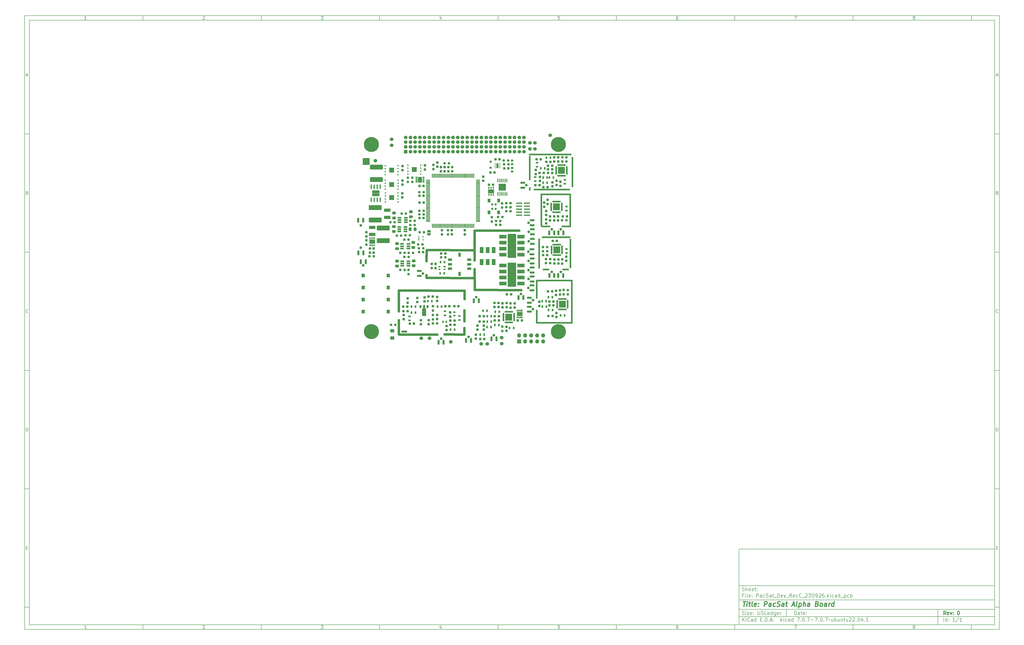
<source format=gbr>
%TF.GenerationSoftware,KiCad,Pcbnew,7.0.7-7.0.7~ubuntu22.04.1*%
%TF.CreationDate,2023-10-03T20:17:37-05:00*%
%TF.ProjectId,PacSat_Dev_RecC_230926,50616353-6174-45f4-9465-765f52656343,0*%
%TF.SameCoordinates,Original*%
%TF.FileFunction,Soldermask,Top*%
%TF.FilePolarity,Negative*%
%FSLAX46Y46*%
G04 Gerber Fmt 4.6, Leading zero omitted, Abs format (unit mm)*
G04 Created by KiCad (PCBNEW 7.0.7-7.0.7~ubuntu22.04.1) date 2023-10-03 20:17:37*
%MOMM*%
%LPD*%
G01*
G04 APERTURE LIST*
G04 Aperture macros list*
%AMRoundRect*
0 Rectangle with rounded corners*
0 $1 Rounding radius*
0 $2 $3 $4 $5 $6 $7 $8 $9 X,Y pos of 4 corners*
0 Add a 4 corners polygon primitive as box body*
4,1,4,$2,$3,$4,$5,$6,$7,$8,$9,$2,$3,0*
0 Add four circle primitives for the rounded corners*
1,1,$1+$1,$2,$3*
1,1,$1+$1,$4,$5*
1,1,$1+$1,$6,$7*
1,1,$1+$1,$8,$9*
0 Add four rect primitives between the rounded corners*
20,1,$1+$1,$2,$3,$4,$5,0*
20,1,$1+$1,$4,$5,$6,$7,0*
20,1,$1+$1,$6,$7,$8,$9,0*
20,1,$1+$1,$8,$9,$2,$3,0*%
%AMFreePoly0*
4,1,9,3.862500,-0.866500,0.737500,-0.866500,0.737500,-0.450000,-0.737500,-0.450000,-0.737500,0.450000,0.737500,0.450000,0.737500,0.866500,3.862500,0.866500,3.862500,-0.866500,3.862500,-0.866500,$1*%
%AMFreePoly1*
4,1,19,0.500000,-0.750000,0.000000,-0.750000,0.000000,-0.744911,-0.071157,-0.744911,-0.207708,-0.704816,-0.327430,-0.627875,-0.420627,-0.520320,-0.479746,-0.390866,-0.500000,-0.250000,-0.500000,0.250000,-0.479746,0.390866,-0.420627,0.520320,-0.327430,0.627875,-0.207708,0.704816,-0.071157,0.744911,0.000000,0.744911,0.000000,0.750000,0.500000,0.750000,0.500000,-0.750000,0.500000,-0.750000,
$1*%
%AMFreePoly2*
4,1,19,0.000000,0.744911,0.071157,0.744911,0.207708,0.704816,0.327430,0.627875,0.420627,0.520320,0.479746,0.390866,0.500000,0.250000,0.500000,-0.250000,0.479746,-0.390866,0.420627,-0.520320,0.327430,-0.627875,0.207708,-0.704816,0.071157,-0.744911,0.000000,-0.744911,0.000000,-0.750000,-0.500000,-0.750000,-0.500000,0.750000,0.000000,0.750000,0.000000,0.744911,0.000000,0.744911,
$1*%
G04 Aperture macros list end*
%ADD10C,0.100000*%
%ADD11C,0.150000*%
%ADD12C,0.300000*%
%ADD13C,0.400000*%
%ADD14C,1.016000*%
%ADD15RoundRect,0.200000X0.200000X0.250000X-0.200000X0.250000X-0.200000X-0.250000X0.200000X-0.250000X0*%
%ADD16RoundRect,0.237500X0.237500X-0.300000X0.237500X0.300000X-0.237500X0.300000X-0.237500X-0.300000X0*%
%ADD17RoundRect,0.237500X0.300000X0.237500X-0.300000X0.237500X-0.300000X-0.237500X0.300000X-0.237500X0*%
%ADD18RoundRect,0.237500X-0.237500X0.300000X-0.237500X-0.300000X0.237500X-0.300000X0.237500X0.300000X0*%
%ADD19RoundRect,0.237500X0.237500X-0.287500X0.237500X0.287500X-0.237500X0.287500X-0.237500X-0.287500X0*%
%ADD20RoundRect,0.050800X-0.150000X0.800000X-0.150000X-0.800000X0.150000X-0.800000X0.150000X0.800000X0*%
%ADD21RoundRect,0.050800X-0.800000X-0.150000X0.800000X-0.150000X0.800000X0.150000X-0.800000X0.150000X0*%
%ADD22RoundRect,0.250000X-0.475000X0.337500X-0.475000X-0.337500X0.475000X-0.337500X0.475000X0.337500X0*%
%ADD23RoundRect,0.237500X0.237500X-0.250000X0.237500X0.250000X-0.237500X0.250000X-0.237500X-0.250000X0*%
%ADD24RoundRect,0.237500X-0.300000X-0.237500X0.300000X-0.237500X0.300000X0.237500X-0.300000X0.237500X0*%
%ADD25R,0.660400X1.016000*%
%ADD26R,0.762000X10.414000*%
%ADD27R,18.064480X0.762000*%
%ADD28R,0.762000X1.369060*%
%ADD29R,0.762000X12.700000*%
%ADD30R,15.240000X0.762000*%
%ADD31C,1.524000*%
%ADD32RoundRect,0.237500X0.250000X0.237500X-0.250000X0.237500X-0.250000X-0.237500X0.250000X-0.237500X0*%
%ADD33RoundRect,0.237500X-0.250000X-0.237500X0.250000X-0.237500X0.250000X0.237500X-0.250000X0.237500X0*%
%ADD34RoundRect,0.249999X-2.450001X0.737501X-2.450001X-0.737501X2.450001X-0.737501X2.450001X0.737501X0*%
%ADD35R,0.900000X1.300000*%
%ADD36FreePoly0,270.000000*%
%ADD37C,1.500000*%
%ADD38R,2.000000X2.000000*%
%ADD39R,0.600000X0.500000*%
%ADD40RoundRect,0.254000X-0.254000X0.254000X-0.254000X-0.254000X0.254000X-0.254000X0.254000X0.254000X0*%
%ADD41RoundRect,0.200000X-0.200000X0.800000X-0.200000X-0.800000X0.200000X-0.800000X0.200000X0.800000X0*%
%ADD42RoundRect,0.250001X-0.624999X0.462499X-0.624999X-0.462499X0.624999X-0.462499X0.624999X0.462499X0*%
%ADD43RoundRect,0.050000X1.195000X-0.800000X1.195000X0.800000X-1.195000X0.800000X-1.195000X-0.800000X0*%
%ADD44RoundRect,0.050000X0.230000X-0.355000X0.230000X0.355000X-0.230000X0.355000X-0.230000X-0.355000X0*%
%ADD45RoundRect,0.062500X-0.300000X-0.062500X0.300000X-0.062500X0.300000X0.062500X-0.300000X0.062500X0*%
%ADD46R,0.900000X2.000000*%
%ADD47C,6.350000*%
%ADD48RoundRect,0.290840X-0.471160X-0.471160X0.471160X-0.471160X0.471160X0.471160X-0.471160X0.471160X0*%
%ADD49RoundRect,0.050000X1.175000X-0.790000X1.175000X0.790000X-1.175000X0.790000X-1.175000X-0.790000X0*%
%ADD50RoundRect,0.050000X0.150000X-0.350000X0.150000X0.350000X-0.150000X0.350000X-0.150000X-0.350000X0*%
%ADD51R,0.900000X0.700000*%
%ADD52R,1.016000X0.660400*%
%ADD53RoundRect,0.237500X-0.237500X0.250000X-0.237500X-0.250000X0.237500X-0.250000X0.237500X0.250000X0*%
%ADD54R,1.397000X1.524000*%
%ADD55R,1.560000X0.650000*%
%ADD56RoundRect,0.250000X0.475000X-0.337500X0.475000X0.337500X-0.475000X0.337500X-0.475000X-0.337500X0*%
%ADD57R,1.650000X2.540000*%
%ADD58RoundRect,0.250001X1.074999X-0.462499X1.074999X0.462499X-1.074999X0.462499X-1.074999X-0.462499X0*%
%ADD59R,3.810000X0.762000*%
%ADD60R,0.762000X13.970000*%
%ADD61R,12.954000X0.762000*%
%ADD62R,0.939800X0.508000*%
%ADD63R,0.939800X0.787400*%
%ADD64RoundRect,0.218750X-0.256250X0.218750X-0.256250X-0.218750X0.256250X-0.218750X0.256250X0.218750X0*%
%ADD65RoundRect,0.250000X0.337500X0.475000X-0.337500X0.475000X-0.337500X-0.475000X0.337500X-0.475000X0*%
%ADD66RoundRect,0.030000X-1.397000X-1.397000X1.397000X-1.397000X1.397000X1.397000X-1.397000X1.397000X0*%
%ADD67RoundRect,0.030000X-0.325000X-0.175000X0.325000X-0.175000X0.325000X0.175000X-0.325000X0.175000X0*%
%ADD68RoundRect,0.030000X-0.175000X-0.325000X0.175000X-0.325000X0.175000X0.325000X-0.175000X0.325000X0*%
%ADD69FreePoly1,270.000000*%
%ADD70FreePoly2,270.000000*%
%ADD71RoundRect,0.050000X-1.175000X0.790000X-1.175000X-0.790000X1.175000X-0.790000X1.175000X0.790000X0*%
%ADD72RoundRect,0.050000X-0.175000X0.350000X-0.175000X-0.350000X0.175000X-0.350000X0.175000X0.350000X0*%
%ADD73R,3.100000X3.000000*%
%ADD74RoundRect,0.100000X0.100000X-0.687500X0.100000X0.687500X-0.100000X0.687500X-0.100000X-0.687500X0*%
%ADD75O,2.540000X0.889000*%
%ADD76R,14.935200X0.762000*%
%ADD77R,0.762000X5.740400*%
%ADD78R,0.762000X7.874000*%
%ADD79R,0.762000X18.542000*%
%ADD80RoundRect,0.249999X2.450001X-0.737501X2.450001X0.737501X-2.450001X0.737501X-2.450001X-0.737501X0*%
%ADD81C,1.000000*%
%ADD82R,0.650000X0.400000*%
%ADD83R,2.540000X0.508000*%
%ADD84R,0.700000X0.900000*%
%ADD85RoundRect,0.050000X-0.790000X-1.175000X0.790000X-1.175000X0.790000X1.175000X-0.790000X1.175000X0*%
%ADD86RoundRect,0.050000X-0.350000X-0.175000X0.350000X-0.175000X0.350000X0.175000X-0.350000X0.175000X0*%
%ADD87R,3.048000X1.524000*%
%ADD88R,3.556000X10.160000*%
%ADD89RoundRect,0.250001X-1.074999X0.462499X-1.074999X-0.462499X1.074999X-0.462499X1.074999X0.462499X0*%
%ADD90RoundRect,0.030000X1.397000X-1.397000X1.397000X1.397000X-1.397000X1.397000X-1.397000X-1.397000X0*%
%ADD91RoundRect,0.030000X0.175000X-0.325000X0.175000X0.325000X-0.175000X0.325000X-0.175000X-0.325000X0*%
%ADD92RoundRect,0.030000X0.325000X-0.175000X0.325000X0.175000X-0.325000X0.175000X-0.325000X-0.175000X0*%
%ADD93R,2.794000X0.762000*%
%ADD94R,12.090400X0.762000*%
%ADD95R,0.762000X12.446000*%
%ADD96RoundRect,0.254000X0.254000X-0.254000X0.254000X0.254000X-0.254000X0.254000X-0.254000X-0.254000X0*%
%ADD97RoundRect,0.200000X0.200000X-0.800000X0.200000X0.800000X-0.200000X0.800000X-0.200000X-0.800000X0*%
%ADD98R,1.778000X1.016000*%
%ADD99R,1.016000X1.778000*%
%ADD100R,1.300000X1.600000*%
%ADD101R,0.610000X1.910000*%
%ADD102R,1.550000X1.205000*%
%ADD103R,1.700000X1.700000*%
%ADD104O,1.700000X1.700000*%
%ADD105RoundRect,0.254000X0.254000X0.254000X-0.254000X0.254000X-0.254000X-0.254000X0.254000X-0.254000X0*%
%ADD106RoundRect,0.200000X0.800000X0.200000X-0.800000X0.200000X-0.800000X-0.200000X0.800000X-0.200000X0*%
%ADD107RoundRect,0.254000X-0.254000X-0.254000X0.254000X-0.254000X0.254000X0.254000X-0.254000X0.254000X0*%
%ADD108RoundRect,0.200000X-0.800000X-0.200000X0.800000X-0.200000X0.800000X0.200000X-0.800000X0.200000X0*%
G04 APERTURE END LIST*
D10*
D11*
X311800000Y-235400000D02*
X419800000Y-235400000D01*
X419800000Y-267400000D01*
X311800000Y-267400000D01*
X311800000Y-235400000D01*
D10*
D11*
X10000000Y-10000000D02*
X421800000Y-10000000D01*
X421800000Y-269400000D01*
X10000000Y-269400000D01*
X10000000Y-10000000D01*
D10*
D11*
X12000000Y-12000000D02*
X419800000Y-12000000D01*
X419800000Y-267400000D01*
X12000000Y-267400000D01*
X12000000Y-12000000D01*
D10*
D11*
X60000000Y-12000000D02*
X60000000Y-10000000D01*
D10*
D11*
X110000000Y-12000000D02*
X110000000Y-10000000D01*
D10*
D11*
X160000000Y-12000000D02*
X160000000Y-10000000D01*
D10*
D11*
X210000000Y-12000000D02*
X210000000Y-10000000D01*
D10*
D11*
X260000000Y-12000000D02*
X260000000Y-10000000D01*
D10*
D11*
X310000000Y-12000000D02*
X310000000Y-10000000D01*
D10*
D11*
X360000000Y-12000000D02*
X360000000Y-10000000D01*
D10*
D11*
X410000000Y-12000000D02*
X410000000Y-10000000D01*
D10*
D11*
X36089160Y-11593604D02*
X35346303Y-11593604D01*
X35717731Y-11593604D02*
X35717731Y-10293604D01*
X35717731Y-10293604D02*
X35593922Y-10479319D01*
X35593922Y-10479319D02*
X35470112Y-10603128D01*
X35470112Y-10603128D02*
X35346303Y-10665033D01*
D10*
D11*
X85346303Y-10417414D02*
X85408207Y-10355509D01*
X85408207Y-10355509D02*
X85532017Y-10293604D01*
X85532017Y-10293604D02*
X85841541Y-10293604D01*
X85841541Y-10293604D02*
X85965350Y-10355509D01*
X85965350Y-10355509D02*
X86027255Y-10417414D01*
X86027255Y-10417414D02*
X86089160Y-10541223D01*
X86089160Y-10541223D02*
X86089160Y-10665033D01*
X86089160Y-10665033D02*
X86027255Y-10850747D01*
X86027255Y-10850747D02*
X85284398Y-11593604D01*
X85284398Y-11593604D02*
X86089160Y-11593604D01*
D10*
D11*
X135284398Y-10293604D02*
X136089160Y-10293604D01*
X136089160Y-10293604D02*
X135655826Y-10788842D01*
X135655826Y-10788842D02*
X135841541Y-10788842D01*
X135841541Y-10788842D02*
X135965350Y-10850747D01*
X135965350Y-10850747D02*
X136027255Y-10912652D01*
X136027255Y-10912652D02*
X136089160Y-11036461D01*
X136089160Y-11036461D02*
X136089160Y-11345985D01*
X136089160Y-11345985D02*
X136027255Y-11469795D01*
X136027255Y-11469795D02*
X135965350Y-11531700D01*
X135965350Y-11531700D02*
X135841541Y-11593604D01*
X135841541Y-11593604D02*
X135470112Y-11593604D01*
X135470112Y-11593604D02*
X135346303Y-11531700D01*
X135346303Y-11531700D02*
X135284398Y-11469795D01*
D10*
D11*
X185965350Y-10726938D02*
X185965350Y-11593604D01*
X185655826Y-10231700D02*
X185346303Y-11160271D01*
X185346303Y-11160271D02*
X186151064Y-11160271D01*
D10*
D11*
X236027255Y-10293604D02*
X235408207Y-10293604D01*
X235408207Y-10293604D02*
X235346303Y-10912652D01*
X235346303Y-10912652D02*
X235408207Y-10850747D01*
X235408207Y-10850747D02*
X235532017Y-10788842D01*
X235532017Y-10788842D02*
X235841541Y-10788842D01*
X235841541Y-10788842D02*
X235965350Y-10850747D01*
X235965350Y-10850747D02*
X236027255Y-10912652D01*
X236027255Y-10912652D02*
X236089160Y-11036461D01*
X236089160Y-11036461D02*
X236089160Y-11345985D01*
X236089160Y-11345985D02*
X236027255Y-11469795D01*
X236027255Y-11469795D02*
X235965350Y-11531700D01*
X235965350Y-11531700D02*
X235841541Y-11593604D01*
X235841541Y-11593604D02*
X235532017Y-11593604D01*
X235532017Y-11593604D02*
X235408207Y-11531700D01*
X235408207Y-11531700D02*
X235346303Y-11469795D01*
D10*
D11*
X285965350Y-10293604D02*
X285717731Y-10293604D01*
X285717731Y-10293604D02*
X285593922Y-10355509D01*
X285593922Y-10355509D02*
X285532017Y-10417414D01*
X285532017Y-10417414D02*
X285408207Y-10603128D01*
X285408207Y-10603128D02*
X285346303Y-10850747D01*
X285346303Y-10850747D02*
X285346303Y-11345985D01*
X285346303Y-11345985D02*
X285408207Y-11469795D01*
X285408207Y-11469795D02*
X285470112Y-11531700D01*
X285470112Y-11531700D02*
X285593922Y-11593604D01*
X285593922Y-11593604D02*
X285841541Y-11593604D01*
X285841541Y-11593604D02*
X285965350Y-11531700D01*
X285965350Y-11531700D02*
X286027255Y-11469795D01*
X286027255Y-11469795D02*
X286089160Y-11345985D01*
X286089160Y-11345985D02*
X286089160Y-11036461D01*
X286089160Y-11036461D02*
X286027255Y-10912652D01*
X286027255Y-10912652D02*
X285965350Y-10850747D01*
X285965350Y-10850747D02*
X285841541Y-10788842D01*
X285841541Y-10788842D02*
X285593922Y-10788842D01*
X285593922Y-10788842D02*
X285470112Y-10850747D01*
X285470112Y-10850747D02*
X285408207Y-10912652D01*
X285408207Y-10912652D02*
X285346303Y-11036461D01*
D10*
D11*
X335284398Y-10293604D02*
X336151064Y-10293604D01*
X336151064Y-10293604D02*
X335593922Y-11593604D01*
D10*
D11*
X385593922Y-10850747D02*
X385470112Y-10788842D01*
X385470112Y-10788842D02*
X385408207Y-10726938D01*
X385408207Y-10726938D02*
X385346303Y-10603128D01*
X385346303Y-10603128D02*
X385346303Y-10541223D01*
X385346303Y-10541223D02*
X385408207Y-10417414D01*
X385408207Y-10417414D02*
X385470112Y-10355509D01*
X385470112Y-10355509D02*
X385593922Y-10293604D01*
X385593922Y-10293604D02*
X385841541Y-10293604D01*
X385841541Y-10293604D02*
X385965350Y-10355509D01*
X385965350Y-10355509D02*
X386027255Y-10417414D01*
X386027255Y-10417414D02*
X386089160Y-10541223D01*
X386089160Y-10541223D02*
X386089160Y-10603128D01*
X386089160Y-10603128D02*
X386027255Y-10726938D01*
X386027255Y-10726938D02*
X385965350Y-10788842D01*
X385965350Y-10788842D02*
X385841541Y-10850747D01*
X385841541Y-10850747D02*
X385593922Y-10850747D01*
X385593922Y-10850747D02*
X385470112Y-10912652D01*
X385470112Y-10912652D02*
X385408207Y-10974557D01*
X385408207Y-10974557D02*
X385346303Y-11098366D01*
X385346303Y-11098366D02*
X385346303Y-11345985D01*
X385346303Y-11345985D02*
X385408207Y-11469795D01*
X385408207Y-11469795D02*
X385470112Y-11531700D01*
X385470112Y-11531700D02*
X385593922Y-11593604D01*
X385593922Y-11593604D02*
X385841541Y-11593604D01*
X385841541Y-11593604D02*
X385965350Y-11531700D01*
X385965350Y-11531700D02*
X386027255Y-11469795D01*
X386027255Y-11469795D02*
X386089160Y-11345985D01*
X386089160Y-11345985D02*
X386089160Y-11098366D01*
X386089160Y-11098366D02*
X386027255Y-10974557D01*
X386027255Y-10974557D02*
X385965350Y-10912652D01*
X385965350Y-10912652D02*
X385841541Y-10850747D01*
D10*
D11*
X60000000Y-267400000D02*
X60000000Y-269400000D01*
D10*
D11*
X110000000Y-267400000D02*
X110000000Y-269400000D01*
D10*
D11*
X160000000Y-267400000D02*
X160000000Y-269400000D01*
D10*
D11*
X210000000Y-267400000D02*
X210000000Y-269400000D01*
D10*
D11*
X260000000Y-267400000D02*
X260000000Y-269400000D01*
D10*
D11*
X310000000Y-267400000D02*
X310000000Y-269400000D01*
D10*
D11*
X360000000Y-267400000D02*
X360000000Y-269400000D01*
D10*
D11*
X410000000Y-267400000D02*
X410000000Y-269400000D01*
D10*
D11*
X36089160Y-268993604D02*
X35346303Y-268993604D01*
X35717731Y-268993604D02*
X35717731Y-267693604D01*
X35717731Y-267693604D02*
X35593922Y-267879319D01*
X35593922Y-267879319D02*
X35470112Y-268003128D01*
X35470112Y-268003128D02*
X35346303Y-268065033D01*
D10*
D11*
X85346303Y-267817414D02*
X85408207Y-267755509D01*
X85408207Y-267755509D02*
X85532017Y-267693604D01*
X85532017Y-267693604D02*
X85841541Y-267693604D01*
X85841541Y-267693604D02*
X85965350Y-267755509D01*
X85965350Y-267755509D02*
X86027255Y-267817414D01*
X86027255Y-267817414D02*
X86089160Y-267941223D01*
X86089160Y-267941223D02*
X86089160Y-268065033D01*
X86089160Y-268065033D02*
X86027255Y-268250747D01*
X86027255Y-268250747D02*
X85284398Y-268993604D01*
X85284398Y-268993604D02*
X86089160Y-268993604D01*
D10*
D11*
X135284398Y-267693604D02*
X136089160Y-267693604D01*
X136089160Y-267693604D02*
X135655826Y-268188842D01*
X135655826Y-268188842D02*
X135841541Y-268188842D01*
X135841541Y-268188842D02*
X135965350Y-268250747D01*
X135965350Y-268250747D02*
X136027255Y-268312652D01*
X136027255Y-268312652D02*
X136089160Y-268436461D01*
X136089160Y-268436461D02*
X136089160Y-268745985D01*
X136089160Y-268745985D02*
X136027255Y-268869795D01*
X136027255Y-268869795D02*
X135965350Y-268931700D01*
X135965350Y-268931700D02*
X135841541Y-268993604D01*
X135841541Y-268993604D02*
X135470112Y-268993604D01*
X135470112Y-268993604D02*
X135346303Y-268931700D01*
X135346303Y-268931700D02*
X135284398Y-268869795D01*
D10*
D11*
X185965350Y-268126938D02*
X185965350Y-268993604D01*
X185655826Y-267631700D02*
X185346303Y-268560271D01*
X185346303Y-268560271D02*
X186151064Y-268560271D01*
D10*
D11*
X236027255Y-267693604D02*
X235408207Y-267693604D01*
X235408207Y-267693604D02*
X235346303Y-268312652D01*
X235346303Y-268312652D02*
X235408207Y-268250747D01*
X235408207Y-268250747D02*
X235532017Y-268188842D01*
X235532017Y-268188842D02*
X235841541Y-268188842D01*
X235841541Y-268188842D02*
X235965350Y-268250747D01*
X235965350Y-268250747D02*
X236027255Y-268312652D01*
X236027255Y-268312652D02*
X236089160Y-268436461D01*
X236089160Y-268436461D02*
X236089160Y-268745985D01*
X236089160Y-268745985D02*
X236027255Y-268869795D01*
X236027255Y-268869795D02*
X235965350Y-268931700D01*
X235965350Y-268931700D02*
X235841541Y-268993604D01*
X235841541Y-268993604D02*
X235532017Y-268993604D01*
X235532017Y-268993604D02*
X235408207Y-268931700D01*
X235408207Y-268931700D02*
X235346303Y-268869795D01*
D10*
D11*
X285965350Y-267693604D02*
X285717731Y-267693604D01*
X285717731Y-267693604D02*
X285593922Y-267755509D01*
X285593922Y-267755509D02*
X285532017Y-267817414D01*
X285532017Y-267817414D02*
X285408207Y-268003128D01*
X285408207Y-268003128D02*
X285346303Y-268250747D01*
X285346303Y-268250747D02*
X285346303Y-268745985D01*
X285346303Y-268745985D02*
X285408207Y-268869795D01*
X285408207Y-268869795D02*
X285470112Y-268931700D01*
X285470112Y-268931700D02*
X285593922Y-268993604D01*
X285593922Y-268993604D02*
X285841541Y-268993604D01*
X285841541Y-268993604D02*
X285965350Y-268931700D01*
X285965350Y-268931700D02*
X286027255Y-268869795D01*
X286027255Y-268869795D02*
X286089160Y-268745985D01*
X286089160Y-268745985D02*
X286089160Y-268436461D01*
X286089160Y-268436461D02*
X286027255Y-268312652D01*
X286027255Y-268312652D02*
X285965350Y-268250747D01*
X285965350Y-268250747D02*
X285841541Y-268188842D01*
X285841541Y-268188842D02*
X285593922Y-268188842D01*
X285593922Y-268188842D02*
X285470112Y-268250747D01*
X285470112Y-268250747D02*
X285408207Y-268312652D01*
X285408207Y-268312652D02*
X285346303Y-268436461D01*
D10*
D11*
X335284398Y-267693604D02*
X336151064Y-267693604D01*
X336151064Y-267693604D02*
X335593922Y-268993604D01*
D10*
D11*
X385593922Y-268250747D02*
X385470112Y-268188842D01*
X385470112Y-268188842D02*
X385408207Y-268126938D01*
X385408207Y-268126938D02*
X385346303Y-268003128D01*
X385346303Y-268003128D02*
X385346303Y-267941223D01*
X385346303Y-267941223D02*
X385408207Y-267817414D01*
X385408207Y-267817414D02*
X385470112Y-267755509D01*
X385470112Y-267755509D02*
X385593922Y-267693604D01*
X385593922Y-267693604D02*
X385841541Y-267693604D01*
X385841541Y-267693604D02*
X385965350Y-267755509D01*
X385965350Y-267755509D02*
X386027255Y-267817414D01*
X386027255Y-267817414D02*
X386089160Y-267941223D01*
X386089160Y-267941223D02*
X386089160Y-268003128D01*
X386089160Y-268003128D02*
X386027255Y-268126938D01*
X386027255Y-268126938D02*
X385965350Y-268188842D01*
X385965350Y-268188842D02*
X385841541Y-268250747D01*
X385841541Y-268250747D02*
X385593922Y-268250747D01*
X385593922Y-268250747D02*
X385470112Y-268312652D01*
X385470112Y-268312652D02*
X385408207Y-268374557D01*
X385408207Y-268374557D02*
X385346303Y-268498366D01*
X385346303Y-268498366D02*
X385346303Y-268745985D01*
X385346303Y-268745985D02*
X385408207Y-268869795D01*
X385408207Y-268869795D02*
X385470112Y-268931700D01*
X385470112Y-268931700D02*
X385593922Y-268993604D01*
X385593922Y-268993604D02*
X385841541Y-268993604D01*
X385841541Y-268993604D02*
X385965350Y-268931700D01*
X385965350Y-268931700D02*
X386027255Y-268869795D01*
X386027255Y-268869795D02*
X386089160Y-268745985D01*
X386089160Y-268745985D02*
X386089160Y-268498366D01*
X386089160Y-268498366D02*
X386027255Y-268374557D01*
X386027255Y-268374557D02*
X385965350Y-268312652D01*
X385965350Y-268312652D02*
X385841541Y-268250747D01*
D10*
D11*
X10000000Y-60000000D02*
X12000000Y-60000000D01*
D10*
D11*
X10000000Y-110000000D02*
X12000000Y-110000000D01*
D10*
D11*
X10000000Y-160000000D02*
X12000000Y-160000000D01*
D10*
D11*
X10000000Y-210000000D02*
X12000000Y-210000000D01*
D10*
D11*
X10000000Y-260000000D02*
X12000000Y-260000000D01*
D10*
D11*
X10690476Y-35222176D02*
X11309523Y-35222176D01*
X10566666Y-35593604D02*
X10999999Y-34293604D01*
X10999999Y-34293604D02*
X11433333Y-35593604D01*
D10*
D11*
X11092857Y-84912652D02*
X11278571Y-84974557D01*
X11278571Y-84974557D02*
X11340476Y-85036461D01*
X11340476Y-85036461D02*
X11402380Y-85160271D01*
X11402380Y-85160271D02*
X11402380Y-85345985D01*
X11402380Y-85345985D02*
X11340476Y-85469795D01*
X11340476Y-85469795D02*
X11278571Y-85531700D01*
X11278571Y-85531700D02*
X11154761Y-85593604D01*
X11154761Y-85593604D02*
X10659523Y-85593604D01*
X10659523Y-85593604D02*
X10659523Y-84293604D01*
X10659523Y-84293604D02*
X11092857Y-84293604D01*
X11092857Y-84293604D02*
X11216666Y-84355509D01*
X11216666Y-84355509D02*
X11278571Y-84417414D01*
X11278571Y-84417414D02*
X11340476Y-84541223D01*
X11340476Y-84541223D02*
X11340476Y-84665033D01*
X11340476Y-84665033D02*
X11278571Y-84788842D01*
X11278571Y-84788842D02*
X11216666Y-84850747D01*
X11216666Y-84850747D02*
X11092857Y-84912652D01*
X11092857Y-84912652D02*
X10659523Y-84912652D01*
D10*
D11*
X11402380Y-135469795D02*
X11340476Y-135531700D01*
X11340476Y-135531700D02*
X11154761Y-135593604D01*
X11154761Y-135593604D02*
X11030952Y-135593604D01*
X11030952Y-135593604D02*
X10845238Y-135531700D01*
X10845238Y-135531700D02*
X10721428Y-135407890D01*
X10721428Y-135407890D02*
X10659523Y-135284080D01*
X10659523Y-135284080D02*
X10597619Y-135036461D01*
X10597619Y-135036461D02*
X10597619Y-134850747D01*
X10597619Y-134850747D02*
X10659523Y-134603128D01*
X10659523Y-134603128D02*
X10721428Y-134479319D01*
X10721428Y-134479319D02*
X10845238Y-134355509D01*
X10845238Y-134355509D02*
X11030952Y-134293604D01*
X11030952Y-134293604D02*
X11154761Y-134293604D01*
X11154761Y-134293604D02*
X11340476Y-134355509D01*
X11340476Y-134355509D02*
X11402380Y-134417414D01*
D10*
D11*
X10659523Y-185593604D02*
X10659523Y-184293604D01*
X10659523Y-184293604D02*
X10969047Y-184293604D01*
X10969047Y-184293604D02*
X11154761Y-184355509D01*
X11154761Y-184355509D02*
X11278571Y-184479319D01*
X11278571Y-184479319D02*
X11340476Y-184603128D01*
X11340476Y-184603128D02*
X11402380Y-184850747D01*
X11402380Y-184850747D02*
X11402380Y-185036461D01*
X11402380Y-185036461D02*
X11340476Y-185284080D01*
X11340476Y-185284080D02*
X11278571Y-185407890D01*
X11278571Y-185407890D02*
X11154761Y-185531700D01*
X11154761Y-185531700D02*
X10969047Y-185593604D01*
X10969047Y-185593604D02*
X10659523Y-185593604D01*
D10*
D11*
X10721428Y-234912652D02*
X11154762Y-234912652D01*
X11340476Y-235593604D02*
X10721428Y-235593604D01*
X10721428Y-235593604D02*
X10721428Y-234293604D01*
X10721428Y-234293604D02*
X11340476Y-234293604D01*
D10*
D11*
X421800000Y-60000000D02*
X419800000Y-60000000D01*
D10*
D11*
X421800000Y-110000000D02*
X419800000Y-110000000D01*
D10*
D11*
X421800000Y-160000000D02*
X419800000Y-160000000D01*
D10*
D11*
X421800000Y-210000000D02*
X419800000Y-210000000D01*
D10*
D11*
X421800000Y-260000000D02*
X419800000Y-260000000D01*
D10*
D11*
X420490476Y-35222176D02*
X421109523Y-35222176D01*
X420366666Y-35593604D02*
X420799999Y-34293604D01*
X420799999Y-34293604D02*
X421233333Y-35593604D01*
D10*
D11*
X420892857Y-84912652D02*
X421078571Y-84974557D01*
X421078571Y-84974557D02*
X421140476Y-85036461D01*
X421140476Y-85036461D02*
X421202380Y-85160271D01*
X421202380Y-85160271D02*
X421202380Y-85345985D01*
X421202380Y-85345985D02*
X421140476Y-85469795D01*
X421140476Y-85469795D02*
X421078571Y-85531700D01*
X421078571Y-85531700D02*
X420954761Y-85593604D01*
X420954761Y-85593604D02*
X420459523Y-85593604D01*
X420459523Y-85593604D02*
X420459523Y-84293604D01*
X420459523Y-84293604D02*
X420892857Y-84293604D01*
X420892857Y-84293604D02*
X421016666Y-84355509D01*
X421016666Y-84355509D02*
X421078571Y-84417414D01*
X421078571Y-84417414D02*
X421140476Y-84541223D01*
X421140476Y-84541223D02*
X421140476Y-84665033D01*
X421140476Y-84665033D02*
X421078571Y-84788842D01*
X421078571Y-84788842D02*
X421016666Y-84850747D01*
X421016666Y-84850747D02*
X420892857Y-84912652D01*
X420892857Y-84912652D02*
X420459523Y-84912652D01*
D10*
D11*
X421202380Y-135469795D02*
X421140476Y-135531700D01*
X421140476Y-135531700D02*
X420954761Y-135593604D01*
X420954761Y-135593604D02*
X420830952Y-135593604D01*
X420830952Y-135593604D02*
X420645238Y-135531700D01*
X420645238Y-135531700D02*
X420521428Y-135407890D01*
X420521428Y-135407890D02*
X420459523Y-135284080D01*
X420459523Y-135284080D02*
X420397619Y-135036461D01*
X420397619Y-135036461D02*
X420397619Y-134850747D01*
X420397619Y-134850747D02*
X420459523Y-134603128D01*
X420459523Y-134603128D02*
X420521428Y-134479319D01*
X420521428Y-134479319D02*
X420645238Y-134355509D01*
X420645238Y-134355509D02*
X420830952Y-134293604D01*
X420830952Y-134293604D02*
X420954761Y-134293604D01*
X420954761Y-134293604D02*
X421140476Y-134355509D01*
X421140476Y-134355509D02*
X421202380Y-134417414D01*
D10*
D11*
X420459523Y-185593604D02*
X420459523Y-184293604D01*
X420459523Y-184293604D02*
X420769047Y-184293604D01*
X420769047Y-184293604D02*
X420954761Y-184355509D01*
X420954761Y-184355509D02*
X421078571Y-184479319D01*
X421078571Y-184479319D02*
X421140476Y-184603128D01*
X421140476Y-184603128D02*
X421202380Y-184850747D01*
X421202380Y-184850747D02*
X421202380Y-185036461D01*
X421202380Y-185036461D02*
X421140476Y-185284080D01*
X421140476Y-185284080D02*
X421078571Y-185407890D01*
X421078571Y-185407890D02*
X420954761Y-185531700D01*
X420954761Y-185531700D02*
X420769047Y-185593604D01*
X420769047Y-185593604D02*
X420459523Y-185593604D01*
D10*
D11*
X420521428Y-234912652D02*
X420954762Y-234912652D01*
X421140476Y-235593604D02*
X420521428Y-235593604D01*
X420521428Y-235593604D02*
X420521428Y-234293604D01*
X420521428Y-234293604D02*
X421140476Y-234293604D01*
D10*
D11*
X335255826Y-263186128D02*
X335255826Y-261686128D01*
X335255826Y-261686128D02*
X335612969Y-261686128D01*
X335612969Y-261686128D02*
X335827255Y-261757557D01*
X335827255Y-261757557D02*
X335970112Y-261900414D01*
X335970112Y-261900414D02*
X336041541Y-262043271D01*
X336041541Y-262043271D02*
X336112969Y-262328985D01*
X336112969Y-262328985D02*
X336112969Y-262543271D01*
X336112969Y-262543271D02*
X336041541Y-262828985D01*
X336041541Y-262828985D02*
X335970112Y-262971842D01*
X335970112Y-262971842D02*
X335827255Y-263114700D01*
X335827255Y-263114700D02*
X335612969Y-263186128D01*
X335612969Y-263186128D02*
X335255826Y-263186128D01*
X337398684Y-263186128D02*
X337398684Y-262400414D01*
X337398684Y-262400414D02*
X337327255Y-262257557D01*
X337327255Y-262257557D02*
X337184398Y-262186128D01*
X337184398Y-262186128D02*
X336898684Y-262186128D01*
X336898684Y-262186128D02*
X336755826Y-262257557D01*
X337398684Y-263114700D02*
X337255826Y-263186128D01*
X337255826Y-263186128D02*
X336898684Y-263186128D01*
X336898684Y-263186128D02*
X336755826Y-263114700D01*
X336755826Y-263114700D02*
X336684398Y-262971842D01*
X336684398Y-262971842D02*
X336684398Y-262828985D01*
X336684398Y-262828985D02*
X336755826Y-262686128D01*
X336755826Y-262686128D02*
X336898684Y-262614700D01*
X336898684Y-262614700D02*
X337255826Y-262614700D01*
X337255826Y-262614700D02*
X337398684Y-262543271D01*
X337898684Y-262186128D02*
X338470112Y-262186128D01*
X338112969Y-261686128D02*
X338112969Y-262971842D01*
X338112969Y-262971842D02*
X338184398Y-263114700D01*
X338184398Y-263114700D02*
X338327255Y-263186128D01*
X338327255Y-263186128D02*
X338470112Y-263186128D01*
X339541541Y-263114700D02*
X339398684Y-263186128D01*
X339398684Y-263186128D02*
X339112970Y-263186128D01*
X339112970Y-263186128D02*
X338970112Y-263114700D01*
X338970112Y-263114700D02*
X338898684Y-262971842D01*
X338898684Y-262971842D02*
X338898684Y-262400414D01*
X338898684Y-262400414D02*
X338970112Y-262257557D01*
X338970112Y-262257557D02*
X339112970Y-262186128D01*
X339112970Y-262186128D02*
X339398684Y-262186128D01*
X339398684Y-262186128D02*
X339541541Y-262257557D01*
X339541541Y-262257557D02*
X339612970Y-262400414D01*
X339612970Y-262400414D02*
X339612970Y-262543271D01*
X339612970Y-262543271D02*
X338898684Y-262686128D01*
X340255826Y-263043271D02*
X340327255Y-263114700D01*
X340327255Y-263114700D02*
X340255826Y-263186128D01*
X340255826Y-263186128D02*
X340184398Y-263114700D01*
X340184398Y-263114700D02*
X340255826Y-263043271D01*
X340255826Y-263043271D02*
X340255826Y-263186128D01*
X340255826Y-262257557D02*
X340327255Y-262328985D01*
X340327255Y-262328985D02*
X340255826Y-262400414D01*
X340255826Y-262400414D02*
X340184398Y-262328985D01*
X340184398Y-262328985D02*
X340255826Y-262257557D01*
X340255826Y-262257557D02*
X340255826Y-262400414D01*
D10*
D11*
X311800000Y-263900000D02*
X419800000Y-263900000D01*
D10*
D11*
X313255826Y-265986128D02*
X313255826Y-264486128D01*
X314112969Y-265986128D02*
X313470112Y-265128985D01*
X314112969Y-264486128D02*
X313255826Y-265343271D01*
X314755826Y-265986128D02*
X314755826Y-264986128D01*
X314755826Y-264486128D02*
X314684398Y-264557557D01*
X314684398Y-264557557D02*
X314755826Y-264628985D01*
X314755826Y-264628985D02*
X314827255Y-264557557D01*
X314827255Y-264557557D02*
X314755826Y-264486128D01*
X314755826Y-264486128D02*
X314755826Y-264628985D01*
X316327255Y-265843271D02*
X316255827Y-265914700D01*
X316255827Y-265914700D02*
X316041541Y-265986128D01*
X316041541Y-265986128D02*
X315898684Y-265986128D01*
X315898684Y-265986128D02*
X315684398Y-265914700D01*
X315684398Y-265914700D02*
X315541541Y-265771842D01*
X315541541Y-265771842D02*
X315470112Y-265628985D01*
X315470112Y-265628985D02*
X315398684Y-265343271D01*
X315398684Y-265343271D02*
X315398684Y-265128985D01*
X315398684Y-265128985D02*
X315470112Y-264843271D01*
X315470112Y-264843271D02*
X315541541Y-264700414D01*
X315541541Y-264700414D02*
X315684398Y-264557557D01*
X315684398Y-264557557D02*
X315898684Y-264486128D01*
X315898684Y-264486128D02*
X316041541Y-264486128D01*
X316041541Y-264486128D02*
X316255827Y-264557557D01*
X316255827Y-264557557D02*
X316327255Y-264628985D01*
X317612970Y-265986128D02*
X317612970Y-265200414D01*
X317612970Y-265200414D02*
X317541541Y-265057557D01*
X317541541Y-265057557D02*
X317398684Y-264986128D01*
X317398684Y-264986128D02*
X317112970Y-264986128D01*
X317112970Y-264986128D02*
X316970112Y-265057557D01*
X317612970Y-265914700D02*
X317470112Y-265986128D01*
X317470112Y-265986128D02*
X317112970Y-265986128D01*
X317112970Y-265986128D02*
X316970112Y-265914700D01*
X316970112Y-265914700D02*
X316898684Y-265771842D01*
X316898684Y-265771842D02*
X316898684Y-265628985D01*
X316898684Y-265628985D02*
X316970112Y-265486128D01*
X316970112Y-265486128D02*
X317112970Y-265414700D01*
X317112970Y-265414700D02*
X317470112Y-265414700D01*
X317470112Y-265414700D02*
X317612970Y-265343271D01*
X318970113Y-265986128D02*
X318970113Y-264486128D01*
X318970113Y-265914700D02*
X318827255Y-265986128D01*
X318827255Y-265986128D02*
X318541541Y-265986128D01*
X318541541Y-265986128D02*
X318398684Y-265914700D01*
X318398684Y-265914700D02*
X318327255Y-265843271D01*
X318327255Y-265843271D02*
X318255827Y-265700414D01*
X318255827Y-265700414D02*
X318255827Y-265271842D01*
X318255827Y-265271842D02*
X318327255Y-265128985D01*
X318327255Y-265128985D02*
X318398684Y-265057557D01*
X318398684Y-265057557D02*
X318541541Y-264986128D01*
X318541541Y-264986128D02*
X318827255Y-264986128D01*
X318827255Y-264986128D02*
X318970113Y-265057557D01*
X320827255Y-265200414D02*
X321327255Y-265200414D01*
X321541541Y-265986128D02*
X320827255Y-265986128D01*
X320827255Y-265986128D02*
X320827255Y-264486128D01*
X320827255Y-264486128D02*
X321541541Y-264486128D01*
X322184398Y-265843271D02*
X322255827Y-265914700D01*
X322255827Y-265914700D02*
X322184398Y-265986128D01*
X322184398Y-265986128D02*
X322112970Y-265914700D01*
X322112970Y-265914700D02*
X322184398Y-265843271D01*
X322184398Y-265843271D02*
X322184398Y-265986128D01*
X322898684Y-265986128D02*
X322898684Y-264486128D01*
X322898684Y-264486128D02*
X323255827Y-264486128D01*
X323255827Y-264486128D02*
X323470113Y-264557557D01*
X323470113Y-264557557D02*
X323612970Y-264700414D01*
X323612970Y-264700414D02*
X323684399Y-264843271D01*
X323684399Y-264843271D02*
X323755827Y-265128985D01*
X323755827Y-265128985D02*
X323755827Y-265343271D01*
X323755827Y-265343271D02*
X323684399Y-265628985D01*
X323684399Y-265628985D02*
X323612970Y-265771842D01*
X323612970Y-265771842D02*
X323470113Y-265914700D01*
X323470113Y-265914700D02*
X323255827Y-265986128D01*
X323255827Y-265986128D02*
X322898684Y-265986128D01*
X324398684Y-265843271D02*
X324470113Y-265914700D01*
X324470113Y-265914700D02*
X324398684Y-265986128D01*
X324398684Y-265986128D02*
X324327256Y-265914700D01*
X324327256Y-265914700D02*
X324398684Y-265843271D01*
X324398684Y-265843271D02*
X324398684Y-265986128D01*
X325041542Y-265557557D02*
X325755828Y-265557557D01*
X324898685Y-265986128D02*
X325398685Y-264486128D01*
X325398685Y-264486128D02*
X325898685Y-265986128D01*
X326398684Y-265843271D02*
X326470113Y-265914700D01*
X326470113Y-265914700D02*
X326398684Y-265986128D01*
X326398684Y-265986128D02*
X326327256Y-265914700D01*
X326327256Y-265914700D02*
X326398684Y-265843271D01*
X326398684Y-265843271D02*
X326398684Y-265986128D01*
X329398684Y-265986128D02*
X329398684Y-264486128D01*
X329541542Y-265414700D02*
X329970113Y-265986128D01*
X329970113Y-264986128D02*
X329398684Y-265557557D01*
X330612970Y-265986128D02*
X330612970Y-264986128D01*
X330612970Y-264486128D02*
X330541542Y-264557557D01*
X330541542Y-264557557D02*
X330612970Y-264628985D01*
X330612970Y-264628985D02*
X330684399Y-264557557D01*
X330684399Y-264557557D02*
X330612970Y-264486128D01*
X330612970Y-264486128D02*
X330612970Y-264628985D01*
X331970114Y-265914700D02*
X331827256Y-265986128D01*
X331827256Y-265986128D02*
X331541542Y-265986128D01*
X331541542Y-265986128D02*
X331398685Y-265914700D01*
X331398685Y-265914700D02*
X331327256Y-265843271D01*
X331327256Y-265843271D02*
X331255828Y-265700414D01*
X331255828Y-265700414D02*
X331255828Y-265271842D01*
X331255828Y-265271842D02*
X331327256Y-265128985D01*
X331327256Y-265128985D02*
X331398685Y-265057557D01*
X331398685Y-265057557D02*
X331541542Y-264986128D01*
X331541542Y-264986128D02*
X331827256Y-264986128D01*
X331827256Y-264986128D02*
X331970114Y-265057557D01*
X333255828Y-265986128D02*
X333255828Y-265200414D01*
X333255828Y-265200414D02*
X333184399Y-265057557D01*
X333184399Y-265057557D02*
X333041542Y-264986128D01*
X333041542Y-264986128D02*
X332755828Y-264986128D01*
X332755828Y-264986128D02*
X332612970Y-265057557D01*
X333255828Y-265914700D02*
X333112970Y-265986128D01*
X333112970Y-265986128D02*
X332755828Y-265986128D01*
X332755828Y-265986128D02*
X332612970Y-265914700D01*
X332612970Y-265914700D02*
X332541542Y-265771842D01*
X332541542Y-265771842D02*
X332541542Y-265628985D01*
X332541542Y-265628985D02*
X332612970Y-265486128D01*
X332612970Y-265486128D02*
X332755828Y-265414700D01*
X332755828Y-265414700D02*
X333112970Y-265414700D01*
X333112970Y-265414700D02*
X333255828Y-265343271D01*
X334612971Y-265986128D02*
X334612971Y-264486128D01*
X334612971Y-265914700D02*
X334470113Y-265986128D01*
X334470113Y-265986128D02*
X334184399Y-265986128D01*
X334184399Y-265986128D02*
X334041542Y-265914700D01*
X334041542Y-265914700D02*
X333970113Y-265843271D01*
X333970113Y-265843271D02*
X333898685Y-265700414D01*
X333898685Y-265700414D02*
X333898685Y-265271842D01*
X333898685Y-265271842D02*
X333970113Y-265128985D01*
X333970113Y-265128985D02*
X334041542Y-265057557D01*
X334041542Y-265057557D02*
X334184399Y-264986128D01*
X334184399Y-264986128D02*
X334470113Y-264986128D01*
X334470113Y-264986128D02*
X334612971Y-265057557D01*
X336327256Y-264486128D02*
X337327256Y-264486128D01*
X337327256Y-264486128D02*
X336684399Y-265986128D01*
X337898684Y-265843271D02*
X337970113Y-265914700D01*
X337970113Y-265914700D02*
X337898684Y-265986128D01*
X337898684Y-265986128D02*
X337827256Y-265914700D01*
X337827256Y-265914700D02*
X337898684Y-265843271D01*
X337898684Y-265843271D02*
X337898684Y-265986128D01*
X338898685Y-264486128D02*
X339041542Y-264486128D01*
X339041542Y-264486128D02*
X339184399Y-264557557D01*
X339184399Y-264557557D02*
X339255828Y-264628985D01*
X339255828Y-264628985D02*
X339327256Y-264771842D01*
X339327256Y-264771842D02*
X339398685Y-265057557D01*
X339398685Y-265057557D02*
X339398685Y-265414700D01*
X339398685Y-265414700D02*
X339327256Y-265700414D01*
X339327256Y-265700414D02*
X339255828Y-265843271D01*
X339255828Y-265843271D02*
X339184399Y-265914700D01*
X339184399Y-265914700D02*
X339041542Y-265986128D01*
X339041542Y-265986128D02*
X338898685Y-265986128D01*
X338898685Y-265986128D02*
X338755828Y-265914700D01*
X338755828Y-265914700D02*
X338684399Y-265843271D01*
X338684399Y-265843271D02*
X338612970Y-265700414D01*
X338612970Y-265700414D02*
X338541542Y-265414700D01*
X338541542Y-265414700D02*
X338541542Y-265057557D01*
X338541542Y-265057557D02*
X338612970Y-264771842D01*
X338612970Y-264771842D02*
X338684399Y-264628985D01*
X338684399Y-264628985D02*
X338755828Y-264557557D01*
X338755828Y-264557557D02*
X338898685Y-264486128D01*
X340041541Y-265843271D02*
X340112970Y-265914700D01*
X340112970Y-265914700D02*
X340041541Y-265986128D01*
X340041541Y-265986128D02*
X339970113Y-265914700D01*
X339970113Y-265914700D02*
X340041541Y-265843271D01*
X340041541Y-265843271D02*
X340041541Y-265986128D01*
X340612970Y-264486128D02*
X341612970Y-264486128D01*
X341612970Y-264486128D02*
X340970113Y-265986128D01*
X342184398Y-265414700D02*
X343327256Y-265414700D01*
X343898684Y-264486128D02*
X344898684Y-264486128D01*
X344898684Y-264486128D02*
X344255827Y-265986128D01*
X345470112Y-265843271D02*
X345541541Y-265914700D01*
X345541541Y-265914700D02*
X345470112Y-265986128D01*
X345470112Y-265986128D02*
X345398684Y-265914700D01*
X345398684Y-265914700D02*
X345470112Y-265843271D01*
X345470112Y-265843271D02*
X345470112Y-265986128D01*
X346470113Y-264486128D02*
X346612970Y-264486128D01*
X346612970Y-264486128D02*
X346755827Y-264557557D01*
X346755827Y-264557557D02*
X346827256Y-264628985D01*
X346827256Y-264628985D02*
X346898684Y-264771842D01*
X346898684Y-264771842D02*
X346970113Y-265057557D01*
X346970113Y-265057557D02*
X346970113Y-265414700D01*
X346970113Y-265414700D02*
X346898684Y-265700414D01*
X346898684Y-265700414D02*
X346827256Y-265843271D01*
X346827256Y-265843271D02*
X346755827Y-265914700D01*
X346755827Y-265914700D02*
X346612970Y-265986128D01*
X346612970Y-265986128D02*
X346470113Y-265986128D01*
X346470113Y-265986128D02*
X346327256Y-265914700D01*
X346327256Y-265914700D02*
X346255827Y-265843271D01*
X346255827Y-265843271D02*
X346184398Y-265700414D01*
X346184398Y-265700414D02*
X346112970Y-265414700D01*
X346112970Y-265414700D02*
X346112970Y-265057557D01*
X346112970Y-265057557D02*
X346184398Y-264771842D01*
X346184398Y-264771842D02*
X346255827Y-264628985D01*
X346255827Y-264628985D02*
X346327256Y-264557557D01*
X346327256Y-264557557D02*
X346470113Y-264486128D01*
X347612969Y-265843271D02*
X347684398Y-265914700D01*
X347684398Y-265914700D02*
X347612969Y-265986128D01*
X347612969Y-265986128D02*
X347541541Y-265914700D01*
X347541541Y-265914700D02*
X347612969Y-265843271D01*
X347612969Y-265843271D02*
X347612969Y-265986128D01*
X348184398Y-264486128D02*
X349184398Y-264486128D01*
X349184398Y-264486128D02*
X348541541Y-265986128D01*
X349541541Y-265414700D02*
X349612969Y-265343271D01*
X349612969Y-265343271D02*
X349755826Y-265271842D01*
X349755826Y-265271842D02*
X350041541Y-265414700D01*
X350041541Y-265414700D02*
X350184398Y-265343271D01*
X350184398Y-265343271D02*
X350255826Y-265271842D01*
X351470113Y-264986128D02*
X351470113Y-265986128D01*
X350827255Y-264986128D02*
X350827255Y-265771842D01*
X350827255Y-265771842D02*
X350898684Y-265914700D01*
X350898684Y-265914700D02*
X351041541Y-265986128D01*
X351041541Y-265986128D02*
X351255827Y-265986128D01*
X351255827Y-265986128D02*
X351398684Y-265914700D01*
X351398684Y-265914700D02*
X351470113Y-265843271D01*
X352184398Y-265986128D02*
X352184398Y-264486128D01*
X352184398Y-265057557D02*
X352327256Y-264986128D01*
X352327256Y-264986128D02*
X352612970Y-264986128D01*
X352612970Y-264986128D02*
X352755827Y-265057557D01*
X352755827Y-265057557D02*
X352827256Y-265128985D01*
X352827256Y-265128985D02*
X352898684Y-265271842D01*
X352898684Y-265271842D02*
X352898684Y-265700414D01*
X352898684Y-265700414D02*
X352827256Y-265843271D01*
X352827256Y-265843271D02*
X352755827Y-265914700D01*
X352755827Y-265914700D02*
X352612970Y-265986128D01*
X352612970Y-265986128D02*
X352327256Y-265986128D01*
X352327256Y-265986128D02*
X352184398Y-265914700D01*
X354184399Y-264986128D02*
X354184399Y-265986128D01*
X353541541Y-264986128D02*
X353541541Y-265771842D01*
X353541541Y-265771842D02*
X353612970Y-265914700D01*
X353612970Y-265914700D02*
X353755827Y-265986128D01*
X353755827Y-265986128D02*
X353970113Y-265986128D01*
X353970113Y-265986128D02*
X354112970Y-265914700D01*
X354112970Y-265914700D02*
X354184399Y-265843271D01*
X354898684Y-264986128D02*
X354898684Y-265986128D01*
X354898684Y-265128985D02*
X354970113Y-265057557D01*
X354970113Y-265057557D02*
X355112970Y-264986128D01*
X355112970Y-264986128D02*
X355327256Y-264986128D01*
X355327256Y-264986128D02*
X355470113Y-265057557D01*
X355470113Y-265057557D02*
X355541542Y-265200414D01*
X355541542Y-265200414D02*
X355541542Y-265986128D01*
X356041542Y-264986128D02*
X356612970Y-264986128D01*
X356255827Y-264486128D02*
X356255827Y-265771842D01*
X356255827Y-265771842D02*
X356327256Y-265914700D01*
X356327256Y-265914700D02*
X356470113Y-265986128D01*
X356470113Y-265986128D02*
X356612970Y-265986128D01*
X357755828Y-264986128D02*
X357755828Y-265986128D01*
X357112970Y-264986128D02*
X357112970Y-265771842D01*
X357112970Y-265771842D02*
X357184399Y-265914700D01*
X357184399Y-265914700D02*
X357327256Y-265986128D01*
X357327256Y-265986128D02*
X357541542Y-265986128D01*
X357541542Y-265986128D02*
X357684399Y-265914700D01*
X357684399Y-265914700D02*
X357755828Y-265843271D01*
X358398685Y-264628985D02*
X358470113Y-264557557D01*
X358470113Y-264557557D02*
X358612971Y-264486128D01*
X358612971Y-264486128D02*
X358970113Y-264486128D01*
X358970113Y-264486128D02*
X359112971Y-264557557D01*
X359112971Y-264557557D02*
X359184399Y-264628985D01*
X359184399Y-264628985D02*
X359255828Y-264771842D01*
X359255828Y-264771842D02*
X359255828Y-264914700D01*
X359255828Y-264914700D02*
X359184399Y-265128985D01*
X359184399Y-265128985D02*
X358327256Y-265986128D01*
X358327256Y-265986128D02*
X359255828Y-265986128D01*
X359827256Y-264628985D02*
X359898684Y-264557557D01*
X359898684Y-264557557D02*
X360041542Y-264486128D01*
X360041542Y-264486128D02*
X360398684Y-264486128D01*
X360398684Y-264486128D02*
X360541542Y-264557557D01*
X360541542Y-264557557D02*
X360612970Y-264628985D01*
X360612970Y-264628985D02*
X360684399Y-264771842D01*
X360684399Y-264771842D02*
X360684399Y-264914700D01*
X360684399Y-264914700D02*
X360612970Y-265128985D01*
X360612970Y-265128985D02*
X359755827Y-265986128D01*
X359755827Y-265986128D02*
X360684399Y-265986128D01*
X361327255Y-265843271D02*
X361398684Y-265914700D01*
X361398684Y-265914700D02*
X361327255Y-265986128D01*
X361327255Y-265986128D02*
X361255827Y-265914700D01*
X361255827Y-265914700D02*
X361327255Y-265843271D01*
X361327255Y-265843271D02*
X361327255Y-265986128D01*
X362327256Y-264486128D02*
X362470113Y-264486128D01*
X362470113Y-264486128D02*
X362612970Y-264557557D01*
X362612970Y-264557557D02*
X362684399Y-264628985D01*
X362684399Y-264628985D02*
X362755827Y-264771842D01*
X362755827Y-264771842D02*
X362827256Y-265057557D01*
X362827256Y-265057557D02*
X362827256Y-265414700D01*
X362827256Y-265414700D02*
X362755827Y-265700414D01*
X362755827Y-265700414D02*
X362684399Y-265843271D01*
X362684399Y-265843271D02*
X362612970Y-265914700D01*
X362612970Y-265914700D02*
X362470113Y-265986128D01*
X362470113Y-265986128D02*
X362327256Y-265986128D01*
X362327256Y-265986128D02*
X362184399Y-265914700D01*
X362184399Y-265914700D02*
X362112970Y-265843271D01*
X362112970Y-265843271D02*
X362041541Y-265700414D01*
X362041541Y-265700414D02*
X361970113Y-265414700D01*
X361970113Y-265414700D02*
X361970113Y-265057557D01*
X361970113Y-265057557D02*
X362041541Y-264771842D01*
X362041541Y-264771842D02*
X362112970Y-264628985D01*
X362112970Y-264628985D02*
X362184399Y-264557557D01*
X362184399Y-264557557D02*
X362327256Y-264486128D01*
X364112970Y-264986128D02*
X364112970Y-265986128D01*
X363755827Y-264414700D02*
X363398684Y-265486128D01*
X363398684Y-265486128D02*
X364327255Y-265486128D01*
X364898683Y-265843271D02*
X364970112Y-265914700D01*
X364970112Y-265914700D02*
X364898683Y-265986128D01*
X364898683Y-265986128D02*
X364827255Y-265914700D01*
X364827255Y-265914700D02*
X364898683Y-265843271D01*
X364898683Y-265843271D02*
X364898683Y-265986128D01*
X366398684Y-265986128D02*
X365541541Y-265986128D01*
X365970112Y-265986128D02*
X365970112Y-264486128D01*
X365970112Y-264486128D02*
X365827255Y-264700414D01*
X365827255Y-264700414D02*
X365684398Y-264843271D01*
X365684398Y-264843271D02*
X365541541Y-264914700D01*
D10*
D11*
X311800000Y-260900000D02*
X419800000Y-260900000D01*
D10*
D12*
X399211653Y-263178328D02*
X398711653Y-262464042D01*
X398354510Y-263178328D02*
X398354510Y-261678328D01*
X398354510Y-261678328D02*
X398925939Y-261678328D01*
X398925939Y-261678328D02*
X399068796Y-261749757D01*
X399068796Y-261749757D02*
X399140225Y-261821185D01*
X399140225Y-261821185D02*
X399211653Y-261964042D01*
X399211653Y-261964042D02*
X399211653Y-262178328D01*
X399211653Y-262178328D02*
X399140225Y-262321185D01*
X399140225Y-262321185D02*
X399068796Y-262392614D01*
X399068796Y-262392614D02*
X398925939Y-262464042D01*
X398925939Y-262464042D02*
X398354510Y-262464042D01*
X400425939Y-263106900D02*
X400283082Y-263178328D01*
X400283082Y-263178328D02*
X399997368Y-263178328D01*
X399997368Y-263178328D02*
X399854510Y-263106900D01*
X399854510Y-263106900D02*
X399783082Y-262964042D01*
X399783082Y-262964042D02*
X399783082Y-262392614D01*
X399783082Y-262392614D02*
X399854510Y-262249757D01*
X399854510Y-262249757D02*
X399997368Y-262178328D01*
X399997368Y-262178328D02*
X400283082Y-262178328D01*
X400283082Y-262178328D02*
X400425939Y-262249757D01*
X400425939Y-262249757D02*
X400497368Y-262392614D01*
X400497368Y-262392614D02*
X400497368Y-262535471D01*
X400497368Y-262535471D02*
X399783082Y-262678328D01*
X400997367Y-262178328D02*
X401354510Y-263178328D01*
X401354510Y-263178328D02*
X401711653Y-262178328D01*
X402283081Y-263035471D02*
X402354510Y-263106900D01*
X402354510Y-263106900D02*
X402283081Y-263178328D01*
X402283081Y-263178328D02*
X402211653Y-263106900D01*
X402211653Y-263106900D02*
X402283081Y-263035471D01*
X402283081Y-263035471D02*
X402283081Y-263178328D01*
X402283081Y-262249757D02*
X402354510Y-262321185D01*
X402354510Y-262321185D02*
X402283081Y-262392614D01*
X402283081Y-262392614D02*
X402211653Y-262321185D01*
X402211653Y-262321185D02*
X402283081Y-262249757D01*
X402283081Y-262249757D02*
X402283081Y-262392614D01*
X404425939Y-261678328D02*
X404568796Y-261678328D01*
X404568796Y-261678328D02*
X404711653Y-261749757D01*
X404711653Y-261749757D02*
X404783082Y-261821185D01*
X404783082Y-261821185D02*
X404854510Y-261964042D01*
X404854510Y-261964042D02*
X404925939Y-262249757D01*
X404925939Y-262249757D02*
X404925939Y-262606900D01*
X404925939Y-262606900D02*
X404854510Y-262892614D01*
X404854510Y-262892614D02*
X404783082Y-263035471D01*
X404783082Y-263035471D02*
X404711653Y-263106900D01*
X404711653Y-263106900D02*
X404568796Y-263178328D01*
X404568796Y-263178328D02*
X404425939Y-263178328D01*
X404425939Y-263178328D02*
X404283082Y-263106900D01*
X404283082Y-263106900D02*
X404211653Y-263035471D01*
X404211653Y-263035471D02*
X404140224Y-262892614D01*
X404140224Y-262892614D02*
X404068796Y-262606900D01*
X404068796Y-262606900D02*
X404068796Y-262249757D01*
X404068796Y-262249757D02*
X404140224Y-261964042D01*
X404140224Y-261964042D02*
X404211653Y-261821185D01*
X404211653Y-261821185D02*
X404283082Y-261749757D01*
X404283082Y-261749757D02*
X404425939Y-261678328D01*
D10*
D11*
X313184398Y-263114700D02*
X313398684Y-263186128D01*
X313398684Y-263186128D02*
X313755826Y-263186128D01*
X313755826Y-263186128D02*
X313898684Y-263114700D01*
X313898684Y-263114700D02*
X313970112Y-263043271D01*
X313970112Y-263043271D02*
X314041541Y-262900414D01*
X314041541Y-262900414D02*
X314041541Y-262757557D01*
X314041541Y-262757557D02*
X313970112Y-262614700D01*
X313970112Y-262614700D02*
X313898684Y-262543271D01*
X313898684Y-262543271D02*
X313755826Y-262471842D01*
X313755826Y-262471842D02*
X313470112Y-262400414D01*
X313470112Y-262400414D02*
X313327255Y-262328985D01*
X313327255Y-262328985D02*
X313255826Y-262257557D01*
X313255826Y-262257557D02*
X313184398Y-262114700D01*
X313184398Y-262114700D02*
X313184398Y-261971842D01*
X313184398Y-261971842D02*
X313255826Y-261828985D01*
X313255826Y-261828985D02*
X313327255Y-261757557D01*
X313327255Y-261757557D02*
X313470112Y-261686128D01*
X313470112Y-261686128D02*
X313827255Y-261686128D01*
X313827255Y-261686128D02*
X314041541Y-261757557D01*
X314684397Y-263186128D02*
X314684397Y-262186128D01*
X314684397Y-261686128D02*
X314612969Y-261757557D01*
X314612969Y-261757557D02*
X314684397Y-261828985D01*
X314684397Y-261828985D02*
X314755826Y-261757557D01*
X314755826Y-261757557D02*
X314684397Y-261686128D01*
X314684397Y-261686128D02*
X314684397Y-261828985D01*
X315255826Y-262186128D02*
X316041541Y-262186128D01*
X316041541Y-262186128D02*
X315255826Y-263186128D01*
X315255826Y-263186128D02*
X316041541Y-263186128D01*
X317184398Y-263114700D02*
X317041541Y-263186128D01*
X317041541Y-263186128D02*
X316755827Y-263186128D01*
X316755827Y-263186128D02*
X316612969Y-263114700D01*
X316612969Y-263114700D02*
X316541541Y-262971842D01*
X316541541Y-262971842D02*
X316541541Y-262400414D01*
X316541541Y-262400414D02*
X316612969Y-262257557D01*
X316612969Y-262257557D02*
X316755827Y-262186128D01*
X316755827Y-262186128D02*
X317041541Y-262186128D01*
X317041541Y-262186128D02*
X317184398Y-262257557D01*
X317184398Y-262257557D02*
X317255827Y-262400414D01*
X317255827Y-262400414D02*
X317255827Y-262543271D01*
X317255827Y-262543271D02*
X316541541Y-262686128D01*
X317898683Y-263043271D02*
X317970112Y-263114700D01*
X317970112Y-263114700D02*
X317898683Y-263186128D01*
X317898683Y-263186128D02*
X317827255Y-263114700D01*
X317827255Y-263114700D02*
X317898683Y-263043271D01*
X317898683Y-263043271D02*
X317898683Y-263186128D01*
X317898683Y-262257557D02*
X317970112Y-262328985D01*
X317970112Y-262328985D02*
X317898683Y-262400414D01*
X317898683Y-262400414D02*
X317827255Y-262328985D01*
X317827255Y-262328985D02*
X317898683Y-262257557D01*
X317898683Y-262257557D02*
X317898683Y-262400414D01*
X319755826Y-261686128D02*
X319755826Y-262900414D01*
X319755826Y-262900414D02*
X319827255Y-263043271D01*
X319827255Y-263043271D02*
X319898684Y-263114700D01*
X319898684Y-263114700D02*
X320041541Y-263186128D01*
X320041541Y-263186128D02*
X320327255Y-263186128D01*
X320327255Y-263186128D02*
X320470112Y-263114700D01*
X320470112Y-263114700D02*
X320541541Y-263043271D01*
X320541541Y-263043271D02*
X320612969Y-262900414D01*
X320612969Y-262900414D02*
X320612969Y-261686128D01*
X321255827Y-263114700D02*
X321470113Y-263186128D01*
X321470113Y-263186128D02*
X321827255Y-263186128D01*
X321827255Y-263186128D02*
X321970113Y-263114700D01*
X321970113Y-263114700D02*
X322041541Y-263043271D01*
X322041541Y-263043271D02*
X322112970Y-262900414D01*
X322112970Y-262900414D02*
X322112970Y-262757557D01*
X322112970Y-262757557D02*
X322041541Y-262614700D01*
X322041541Y-262614700D02*
X321970113Y-262543271D01*
X321970113Y-262543271D02*
X321827255Y-262471842D01*
X321827255Y-262471842D02*
X321541541Y-262400414D01*
X321541541Y-262400414D02*
X321398684Y-262328985D01*
X321398684Y-262328985D02*
X321327255Y-262257557D01*
X321327255Y-262257557D02*
X321255827Y-262114700D01*
X321255827Y-262114700D02*
X321255827Y-261971842D01*
X321255827Y-261971842D02*
X321327255Y-261828985D01*
X321327255Y-261828985D02*
X321398684Y-261757557D01*
X321398684Y-261757557D02*
X321541541Y-261686128D01*
X321541541Y-261686128D02*
X321898684Y-261686128D01*
X321898684Y-261686128D02*
X322112970Y-261757557D01*
X323470112Y-263186128D02*
X322755826Y-263186128D01*
X322755826Y-263186128D02*
X322755826Y-261686128D01*
X324541541Y-263114700D02*
X324398684Y-263186128D01*
X324398684Y-263186128D02*
X324112970Y-263186128D01*
X324112970Y-263186128D02*
X323970112Y-263114700D01*
X323970112Y-263114700D02*
X323898684Y-262971842D01*
X323898684Y-262971842D02*
X323898684Y-262400414D01*
X323898684Y-262400414D02*
X323970112Y-262257557D01*
X323970112Y-262257557D02*
X324112970Y-262186128D01*
X324112970Y-262186128D02*
X324398684Y-262186128D01*
X324398684Y-262186128D02*
X324541541Y-262257557D01*
X324541541Y-262257557D02*
X324612970Y-262400414D01*
X324612970Y-262400414D02*
X324612970Y-262543271D01*
X324612970Y-262543271D02*
X323898684Y-262686128D01*
X325898684Y-263186128D02*
X325898684Y-261686128D01*
X325898684Y-263114700D02*
X325755826Y-263186128D01*
X325755826Y-263186128D02*
X325470112Y-263186128D01*
X325470112Y-263186128D02*
X325327255Y-263114700D01*
X325327255Y-263114700D02*
X325255826Y-263043271D01*
X325255826Y-263043271D02*
X325184398Y-262900414D01*
X325184398Y-262900414D02*
X325184398Y-262471842D01*
X325184398Y-262471842D02*
X325255826Y-262328985D01*
X325255826Y-262328985D02*
X325327255Y-262257557D01*
X325327255Y-262257557D02*
X325470112Y-262186128D01*
X325470112Y-262186128D02*
X325755826Y-262186128D01*
X325755826Y-262186128D02*
X325898684Y-262257557D01*
X327255827Y-262186128D02*
X327255827Y-263400414D01*
X327255827Y-263400414D02*
X327184398Y-263543271D01*
X327184398Y-263543271D02*
X327112969Y-263614700D01*
X327112969Y-263614700D02*
X326970112Y-263686128D01*
X326970112Y-263686128D02*
X326755827Y-263686128D01*
X326755827Y-263686128D02*
X326612969Y-263614700D01*
X327255827Y-263114700D02*
X327112969Y-263186128D01*
X327112969Y-263186128D02*
X326827255Y-263186128D01*
X326827255Y-263186128D02*
X326684398Y-263114700D01*
X326684398Y-263114700D02*
X326612969Y-263043271D01*
X326612969Y-263043271D02*
X326541541Y-262900414D01*
X326541541Y-262900414D02*
X326541541Y-262471842D01*
X326541541Y-262471842D02*
X326612969Y-262328985D01*
X326612969Y-262328985D02*
X326684398Y-262257557D01*
X326684398Y-262257557D02*
X326827255Y-262186128D01*
X326827255Y-262186128D02*
X327112969Y-262186128D01*
X327112969Y-262186128D02*
X327255827Y-262257557D01*
X328541541Y-263114700D02*
X328398684Y-263186128D01*
X328398684Y-263186128D02*
X328112970Y-263186128D01*
X328112970Y-263186128D02*
X327970112Y-263114700D01*
X327970112Y-263114700D02*
X327898684Y-262971842D01*
X327898684Y-262971842D02*
X327898684Y-262400414D01*
X327898684Y-262400414D02*
X327970112Y-262257557D01*
X327970112Y-262257557D02*
X328112970Y-262186128D01*
X328112970Y-262186128D02*
X328398684Y-262186128D01*
X328398684Y-262186128D02*
X328541541Y-262257557D01*
X328541541Y-262257557D02*
X328612970Y-262400414D01*
X328612970Y-262400414D02*
X328612970Y-262543271D01*
X328612970Y-262543271D02*
X327898684Y-262686128D01*
X329255826Y-263186128D02*
X329255826Y-262186128D01*
X329255826Y-262471842D02*
X329327255Y-262328985D01*
X329327255Y-262328985D02*
X329398684Y-262257557D01*
X329398684Y-262257557D02*
X329541541Y-262186128D01*
X329541541Y-262186128D02*
X329684398Y-262186128D01*
D10*
D11*
X398255826Y-265986128D02*
X398255826Y-264486128D01*
X399612970Y-265986128D02*
X399612970Y-264486128D01*
X399612970Y-265914700D02*
X399470112Y-265986128D01*
X399470112Y-265986128D02*
X399184398Y-265986128D01*
X399184398Y-265986128D02*
X399041541Y-265914700D01*
X399041541Y-265914700D02*
X398970112Y-265843271D01*
X398970112Y-265843271D02*
X398898684Y-265700414D01*
X398898684Y-265700414D02*
X398898684Y-265271842D01*
X398898684Y-265271842D02*
X398970112Y-265128985D01*
X398970112Y-265128985D02*
X399041541Y-265057557D01*
X399041541Y-265057557D02*
X399184398Y-264986128D01*
X399184398Y-264986128D02*
X399470112Y-264986128D01*
X399470112Y-264986128D02*
X399612970Y-265057557D01*
X400327255Y-265843271D02*
X400398684Y-265914700D01*
X400398684Y-265914700D02*
X400327255Y-265986128D01*
X400327255Y-265986128D02*
X400255827Y-265914700D01*
X400255827Y-265914700D02*
X400327255Y-265843271D01*
X400327255Y-265843271D02*
X400327255Y-265986128D01*
X400327255Y-265057557D02*
X400398684Y-265128985D01*
X400398684Y-265128985D02*
X400327255Y-265200414D01*
X400327255Y-265200414D02*
X400255827Y-265128985D01*
X400255827Y-265128985D02*
X400327255Y-265057557D01*
X400327255Y-265057557D02*
X400327255Y-265200414D01*
X402970113Y-265986128D02*
X402112970Y-265986128D01*
X402541541Y-265986128D02*
X402541541Y-264486128D01*
X402541541Y-264486128D02*
X402398684Y-264700414D01*
X402398684Y-264700414D02*
X402255827Y-264843271D01*
X402255827Y-264843271D02*
X402112970Y-264914700D01*
X404684398Y-264414700D02*
X403398684Y-266343271D01*
X405970113Y-265986128D02*
X405112970Y-265986128D01*
X405541541Y-265986128D02*
X405541541Y-264486128D01*
X405541541Y-264486128D02*
X405398684Y-264700414D01*
X405398684Y-264700414D02*
X405255827Y-264843271D01*
X405255827Y-264843271D02*
X405112970Y-264914700D01*
D10*
D11*
X311800000Y-256900000D02*
X419800000Y-256900000D01*
D10*
D13*
X313491728Y-257604438D02*
X314634585Y-257604438D01*
X313813157Y-259604438D02*
X314063157Y-257604438D01*
X315051252Y-259604438D02*
X315217919Y-258271104D01*
X315301252Y-257604438D02*
X315194109Y-257699676D01*
X315194109Y-257699676D02*
X315277443Y-257794914D01*
X315277443Y-257794914D02*
X315384586Y-257699676D01*
X315384586Y-257699676D02*
X315301252Y-257604438D01*
X315301252Y-257604438D02*
X315277443Y-257794914D01*
X315884586Y-258271104D02*
X316646490Y-258271104D01*
X316253633Y-257604438D02*
X316039348Y-259318723D01*
X316039348Y-259318723D02*
X316110776Y-259509200D01*
X316110776Y-259509200D02*
X316289348Y-259604438D01*
X316289348Y-259604438D02*
X316479824Y-259604438D01*
X317432205Y-259604438D02*
X317253633Y-259509200D01*
X317253633Y-259509200D02*
X317182205Y-259318723D01*
X317182205Y-259318723D02*
X317396490Y-257604438D01*
X318967919Y-259509200D02*
X318765538Y-259604438D01*
X318765538Y-259604438D02*
X318384585Y-259604438D01*
X318384585Y-259604438D02*
X318206014Y-259509200D01*
X318206014Y-259509200D02*
X318134585Y-259318723D01*
X318134585Y-259318723D02*
X318229824Y-258556819D01*
X318229824Y-258556819D02*
X318348871Y-258366342D01*
X318348871Y-258366342D02*
X318551252Y-258271104D01*
X318551252Y-258271104D02*
X318932204Y-258271104D01*
X318932204Y-258271104D02*
X319110776Y-258366342D01*
X319110776Y-258366342D02*
X319182204Y-258556819D01*
X319182204Y-258556819D02*
X319158395Y-258747295D01*
X319158395Y-258747295D02*
X318182204Y-258937771D01*
X319932205Y-259413961D02*
X320015538Y-259509200D01*
X320015538Y-259509200D02*
X319908395Y-259604438D01*
X319908395Y-259604438D02*
X319825062Y-259509200D01*
X319825062Y-259509200D02*
X319932205Y-259413961D01*
X319932205Y-259413961D02*
X319908395Y-259604438D01*
X320063157Y-258366342D02*
X320146490Y-258461580D01*
X320146490Y-258461580D02*
X320039348Y-258556819D01*
X320039348Y-258556819D02*
X319956014Y-258461580D01*
X319956014Y-258461580D02*
X320063157Y-258366342D01*
X320063157Y-258366342D02*
X320039348Y-258556819D01*
X322384586Y-259604438D02*
X322634586Y-257604438D01*
X322634586Y-257604438D02*
X323396491Y-257604438D01*
X323396491Y-257604438D02*
X323575062Y-257699676D01*
X323575062Y-257699676D02*
X323658396Y-257794914D01*
X323658396Y-257794914D02*
X323729824Y-257985390D01*
X323729824Y-257985390D02*
X323694110Y-258271104D01*
X323694110Y-258271104D02*
X323575062Y-258461580D01*
X323575062Y-258461580D02*
X323467920Y-258556819D01*
X323467920Y-258556819D02*
X323265539Y-258652057D01*
X323265539Y-258652057D02*
X322503634Y-258652057D01*
X325241729Y-259604438D02*
X325372681Y-258556819D01*
X325372681Y-258556819D02*
X325301253Y-258366342D01*
X325301253Y-258366342D02*
X325122681Y-258271104D01*
X325122681Y-258271104D02*
X324741729Y-258271104D01*
X324741729Y-258271104D02*
X324539348Y-258366342D01*
X325253634Y-259509200D02*
X325051253Y-259604438D01*
X325051253Y-259604438D02*
X324575062Y-259604438D01*
X324575062Y-259604438D02*
X324396491Y-259509200D01*
X324396491Y-259509200D02*
X324325062Y-259318723D01*
X324325062Y-259318723D02*
X324348872Y-259128247D01*
X324348872Y-259128247D02*
X324467920Y-258937771D01*
X324467920Y-258937771D02*
X324670301Y-258842533D01*
X324670301Y-258842533D02*
X325146491Y-258842533D01*
X325146491Y-258842533D02*
X325348872Y-258747295D01*
X327063158Y-259509200D02*
X326860777Y-259604438D01*
X326860777Y-259604438D02*
X326479825Y-259604438D01*
X326479825Y-259604438D02*
X326301253Y-259509200D01*
X326301253Y-259509200D02*
X326217920Y-259413961D01*
X326217920Y-259413961D02*
X326146491Y-259223485D01*
X326146491Y-259223485D02*
X326217920Y-258652057D01*
X326217920Y-258652057D02*
X326336967Y-258461580D01*
X326336967Y-258461580D02*
X326444110Y-258366342D01*
X326444110Y-258366342D02*
X326646491Y-258271104D01*
X326646491Y-258271104D02*
X327027444Y-258271104D01*
X327027444Y-258271104D02*
X327206015Y-258366342D01*
X327825063Y-259509200D02*
X328098872Y-259604438D01*
X328098872Y-259604438D02*
X328575063Y-259604438D01*
X328575063Y-259604438D02*
X328777444Y-259509200D01*
X328777444Y-259509200D02*
X328884587Y-259413961D01*
X328884587Y-259413961D02*
X329003634Y-259223485D01*
X329003634Y-259223485D02*
X329027444Y-259033009D01*
X329027444Y-259033009D02*
X328956015Y-258842533D01*
X328956015Y-258842533D02*
X328872682Y-258747295D01*
X328872682Y-258747295D02*
X328694111Y-258652057D01*
X328694111Y-258652057D02*
X328325063Y-258556819D01*
X328325063Y-258556819D02*
X328146491Y-258461580D01*
X328146491Y-258461580D02*
X328063158Y-258366342D01*
X328063158Y-258366342D02*
X327991730Y-258175866D01*
X327991730Y-258175866D02*
X328015539Y-257985390D01*
X328015539Y-257985390D02*
X328134587Y-257794914D01*
X328134587Y-257794914D02*
X328241730Y-257699676D01*
X328241730Y-257699676D02*
X328444111Y-257604438D01*
X328444111Y-257604438D02*
X328920301Y-257604438D01*
X328920301Y-257604438D02*
X329194111Y-257699676D01*
X330670301Y-259604438D02*
X330801253Y-258556819D01*
X330801253Y-258556819D02*
X330729825Y-258366342D01*
X330729825Y-258366342D02*
X330551253Y-258271104D01*
X330551253Y-258271104D02*
X330170301Y-258271104D01*
X330170301Y-258271104D02*
X329967920Y-258366342D01*
X330682206Y-259509200D02*
X330479825Y-259604438D01*
X330479825Y-259604438D02*
X330003634Y-259604438D01*
X330003634Y-259604438D02*
X329825063Y-259509200D01*
X329825063Y-259509200D02*
X329753634Y-259318723D01*
X329753634Y-259318723D02*
X329777444Y-259128247D01*
X329777444Y-259128247D02*
X329896492Y-258937771D01*
X329896492Y-258937771D02*
X330098873Y-258842533D01*
X330098873Y-258842533D02*
X330575063Y-258842533D01*
X330575063Y-258842533D02*
X330777444Y-258747295D01*
X331503635Y-258271104D02*
X332265539Y-258271104D01*
X331872682Y-257604438D02*
X331658397Y-259318723D01*
X331658397Y-259318723D02*
X331729825Y-259509200D01*
X331729825Y-259509200D02*
X331908397Y-259604438D01*
X331908397Y-259604438D02*
X332098873Y-259604438D01*
X334265540Y-259033009D02*
X335217921Y-259033009D01*
X334003635Y-259604438D02*
X334920302Y-257604438D01*
X334920302Y-257604438D02*
X335336968Y-259604438D01*
X336289350Y-259604438D02*
X336110778Y-259509200D01*
X336110778Y-259509200D02*
X336039350Y-259318723D01*
X336039350Y-259318723D02*
X336253635Y-257604438D01*
X337217921Y-258271104D02*
X336967921Y-260271104D01*
X337206016Y-258366342D02*
X337408397Y-258271104D01*
X337408397Y-258271104D02*
X337789349Y-258271104D01*
X337789349Y-258271104D02*
X337967921Y-258366342D01*
X337967921Y-258366342D02*
X338051254Y-258461580D01*
X338051254Y-258461580D02*
X338122683Y-258652057D01*
X338122683Y-258652057D02*
X338051254Y-259223485D01*
X338051254Y-259223485D02*
X337932207Y-259413961D01*
X337932207Y-259413961D02*
X337825064Y-259509200D01*
X337825064Y-259509200D02*
X337622683Y-259604438D01*
X337622683Y-259604438D02*
X337241730Y-259604438D01*
X337241730Y-259604438D02*
X337063159Y-259509200D01*
X338860778Y-259604438D02*
X339110778Y-257604438D01*
X339717921Y-259604438D02*
X339848873Y-258556819D01*
X339848873Y-258556819D02*
X339777445Y-258366342D01*
X339777445Y-258366342D02*
X339598873Y-258271104D01*
X339598873Y-258271104D02*
X339313159Y-258271104D01*
X339313159Y-258271104D02*
X339110778Y-258366342D01*
X339110778Y-258366342D02*
X339003635Y-258461580D01*
X341527445Y-259604438D02*
X341658397Y-258556819D01*
X341658397Y-258556819D02*
X341586969Y-258366342D01*
X341586969Y-258366342D02*
X341408397Y-258271104D01*
X341408397Y-258271104D02*
X341027445Y-258271104D01*
X341027445Y-258271104D02*
X340825064Y-258366342D01*
X341539350Y-259509200D02*
X341336969Y-259604438D01*
X341336969Y-259604438D02*
X340860778Y-259604438D01*
X340860778Y-259604438D02*
X340682207Y-259509200D01*
X340682207Y-259509200D02*
X340610778Y-259318723D01*
X340610778Y-259318723D02*
X340634588Y-259128247D01*
X340634588Y-259128247D02*
X340753636Y-258937771D01*
X340753636Y-258937771D02*
X340956017Y-258842533D01*
X340956017Y-258842533D02*
X341432207Y-258842533D01*
X341432207Y-258842533D02*
X341634588Y-258747295D01*
X344801255Y-258556819D02*
X345075065Y-258652057D01*
X345075065Y-258652057D02*
X345158398Y-258747295D01*
X345158398Y-258747295D02*
X345229827Y-258937771D01*
X345229827Y-258937771D02*
X345194112Y-259223485D01*
X345194112Y-259223485D02*
X345075065Y-259413961D01*
X345075065Y-259413961D02*
X344967922Y-259509200D01*
X344967922Y-259509200D02*
X344765541Y-259604438D01*
X344765541Y-259604438D02*
X344003636Y-259604438D01*
X344003636Y-259604438D02*
X344253636Y-257604438D01*
X344253636Y-257604438D02*
X344920303Y-257604438D01*
X344920303Y-257604438D02*
X345098874Y-257699676D01*
X345098874Y-257699676D02*
X345182208Y-257794914D01*
X345182208Y-257794914D02*
X345253636Y-257985390D01*
X345253636Y-257985390D02*
X345229827Y-258175866D01*
X345229827Y-258175866D02*
X345110779Y-258366342D01*
X345110779Y-258366342D02*
X345003636Y-258461580D01*
X345003636Y-258461580D02*
X344801255Y-258556819D01*
X344801255Y-258556819D02*
X344134589Y-258556819D01*
X346289351Y-259604438D02*
X346110779Y-259509200D01*
X346110779Y-259509200D02*
X346027446Y-259413961D01*
X346027446Y-259413961D02*
X345956017Y-259223485D01*
X345956017Y-259223485D02*
X346027446Y-258652057D01*
X346027446Y-258652057D02*
X346146493Y-258461580D01*
X346146493Y-258461580D02*
X346253636Y-258366342D01*
X346253636Y-258366342D02*
X346456017Y-258271104D01*
X346456017Y-258271104D02*
X346741731Y-258271104D01*
X346741731Y-258271104D02*
X346920303Y-258366342D01*
X346920303Y-258366342D02*
X347003636Y-258461580D01*
X347003636Y-258461580D02*
X347075065Y-258652057D01*
X347075065Y-258652057D02*
X347003636Y-259223485D01*
X347003636Y-259223485D02*
X346884589Y-259413961D01*
X346884589Y-259413961D02*
X346777446Y-259509200D01*
X346777446Y-259509200D02*
X346575065Y-259604438D01*
X346575065Y-259604438D02*
X346289351Y-259604438D01*
X348670303Y-259604438D02*
X348801255Y-258556819D01*
X348801255Y-258556819D02*
X348729827Y-258366342D01*
X348729827Y-258366342D02*
X348551255Y-258271104D01*
X348551255Y-258271104D02*
X348170303Y-258271104D01*
X348170303Y-258271104D02*
X347967922Y-258366342D01*
X348682208Y-259509200D02*
X348479827Y-259604438D01*
X348479827Y-259604438D02*
X348003636Y-259604438D01*
X348003636Y-259604438D02*
X347825065Y-259509200D01*
X347825065Y-259509200D02*
X347753636Y-259318723D01*
X347753636Y-259318723D02*
X347777446Y-259128247D01*
X347777446Y-259128247D02*
X347896494Y-258937771D01*
X347896494Y-258937771D02*
X348098875Y-258842533D01*
X348098875Y-258842533D02*
X348575065Y-258842533D01*
X348575065Y-258842533D02*
X348777446Y-258747295D01*
X349622684Y-259604438D02*
X349789351Y-258271104D01*
X349741732Y-258652057D02*
X349860779Y-258461580D01*
X349860779Y-258461580D02*
X349967922Y-258366342D01*
X349967922Y-258366342D02*
X350170303Y-258271104D01*
X350170303Y-258271104D02*
X350360779Y-258271104D01*
X351717922Y-259604438D02*
X351967922Y-257604438D01*
X351729827Y-259509200D02*
X351527446Y-259604438D01*
X351527446Y-259604438D02*
X351146494Y-259604438D01*
X351146494Y-259604438D02*
X350967922Y-259509200D01*
X350967922Y-259509200D02*
X350884589Y-259413961D01*
X350884589Y-259413961D02*
X350813160Y-259223485D01*
X350813160Y-259223485D02*
X350884589Y-258652057D01*
X350884589Y-258652057D02*
X351003636Y-258461580D01*
X351003636Y-258461580D02*
X351110779Y-258366342D01*
X351110779Y-258366342D02*
X351313160Y-258271104D01*
X351313160Y-258271104D02*
X351694113Y-258271104D01*
X351694113Y-258271104D02*
X351872684Y-258366342D01*
D10*
D11*
X313755826Y-255000414D02*
X313255826Y-255000414D01*
X313255826Y-255786128D02*
X313255826Y-254286128D01*
X313255826Y-254286128D02*
X313970112Y-254286128D01*
X314541540Y-255786128D02*
X314541540Y-254786128D01*
X314541540Y-254286128D02*
X314470112Y-254357557D01*
X314470112Y-254357557D02*
X314541540Y-254428985D01*
X314541540Y-254428985D02*
X314612969Y-254357557D01*
X314612969Y-254357557D02*
X314541540Y-254286128D01*
X314541540Y-254286128D02*
X314541540Y-254428985D01*
X315470112Y-255786128D02*
X315327255Y-255714700D01*
X315327255Y-255714700D02*
X315255826Y-255571842D01*
X315255826Y-255571842D02*
X315255826Y-254286128D01*
X316612969Y-255714700D02*
X316470112Y-255786128D01*
X316470112Y-255786128D02*
X316184398Y-255786128D01*
X316184398Y-255786128D02*
X316041540Y-255714700D01*
X316041540Y-255714700D02*
X315970112Y-255571842D01*
X315970112Y-255571842D02*
X315970112Y-255000414D01*
X315970112Y-255000414D02*
X316041540Y-254857557D01*
X316041540Y-254857557D02*
X316184398Y-254786128D01*
X316184398Y-254786128D02*
X316470112Y-254786128D01*
X316470112Y-254786128D02*
X316612969Y-254857557D01*
X316612969Y-254857557D02*
X316684398Y-255000414D01*
X316684398Y-255000414D02*
X316684398Y-255143271D01*
X316684398Y-255143271D02*
X315970112Y-255286128D01*
X317327254Y-255643271D02*
X317398683Y-255714700D01*
X317398683Y-255714700D02*
X317327254Y-255786128D01*
X317327254Y-255786128D02*
X317255826Y-255714700D01*
X317255826Y-255714700D02*
X317327254Y-255643271D01*
X317327254Y-255643271D02*
X317327254Y-255786128D01*
X317327254Y-254857557D02*
X317398683Y-254928985D01*
X317398683Y-254928985D02*
X317327254Y-255000414D01*
X317327254Y-255000414D02*
X317255826Y-254928985D01*
X317255826Y-254928985D02*
X317327254Y-254857557D01*
X317327254Y-254857557D02*
X317327254Y-255000414D01*
X319184397Y-255786128D02*
X319184397Y-254286128D01*
X319184397Y-254286128D02*
X319755826Y-254286128D01*
X319755826Y-254286128D02*
X319898683Y-254357557D01*
X319898683Y-254357557D02*
X319970112Y-254428985D01*
X319970112Y-254428985D02*
X320041540Y-254571842D01*
X320041540Y-254571842D02*
X320041540Y-254786128D01*
X320041540Y-254786128D02*
X319970112Y-254928985D01*
X319970112Y-254928985D02*
X319898683Y-255000414D01*
X319898683Y-255000414D02*
X319755826Y-255071842D01*
X319755826Y-255071842D02*
X319184397Y-255071842D01*
X321327255Y-255786128D02*
X321327255Y-255000414D01*
X321327255Y-255000414D02*
X321255826Y-254857557D01*
X321255826Y-254857557D02*
X321112969Y-254786128D01*
X321112969Y-254786128D02*
X320827255Y-254786128D01*
X320827255Y-254786128D02*
X320684397Y-254857557D01*
X321327255Y-255714700D02*
X321184397Y-255786128D01*
X321184397Y-255786128D02*
X320827255Y-255786128D01*
X320827255Y-255786128D02*
X320684397Y-255714700D01*
X320684397Y-255714700D02*
X320612969Y-255571842D01*
X320612969Y-255571842D02*
X320612969Y-255428985D01*
X320612969Y-255428985D02*
X320684397Y-255286128D01*
X320684397Y-255286128D02*
X320827255Y-255214700D01*
X320827255Y-255214700D02*
X321184397Y-255214700D01*
X321184397Y-255214700D02*
X321327255Y-255143271D01*
X322684398Y-255714700D02*
X322541540Y-255786128D01*
X322541540Y-255786128D02*
X322255826Y-255786128D01*
X322255826Y-255786128D02*
X322112969Y-255714700D01*
X322112969Y-255714700D02*
X322041540Y-255643271D01*
X322041540Y-255643271D02*
X321970112Y-255500414D01*
X321970112Y-255500414D02*
X321970112Y-255071842D01*
X321970112Y-255071842D02*
X322041540Y-254928985D01*
X322041540Y-254928985D02*
X322112969Y-254857557D01*
X322112969Y-254857557D02*
X322255826Y-254786128D01*
X322255826Y-254786128D02*
X322541540Y-254786128D01*
X322541540Y-254786128D02*
X322684398Y-254857557D01*
X323255826Y-255714700D02*
X323470112Y-255786128D01*
X323470112Y-255786128D02*
X323827254Y-255786128D01*
X323827254Y-255786128D02*
X323970112Y-255714700D01*
X323970112Y-255714700D02*
X324041540Y-255643271D01*
X324041540Y-255643271D02*
X324112969Y-255500414D01*
X324112969Y-255500414D02*
X324112969Y-255357557D01*
X324112969Y-255357557D02*
X324041540Y-255214700D01*
X324041540Y-255214700D02*
X323970112Y-255143271D01*
X323970112Y-255143271D02*
X323827254Y-255071842D01*
X323827254Y-255071842D02*
X323541540Y-255000414D01*
X323541540Y-255000414D02*
X323398683Y-254928985D01*
X323398683Y-254928985D02*
X323327254Y-254857557D01*
X323327254Y-254857557D02*
X323255826Y-254714700D01*
X323255826Y-254714700D02*
X323255826Y-254571842D01*
X323255826Y-254571842D02*
X323327254Y-254428985D01*
X323327254Y-254428985D02*
X323398683Y-254357557D01*
X323398683Y-254357557D02*
X323541540Y-254286128D01*
X323541540Y-254286128D02*
X323898683Y-254286128D01*
X323898683Y-254286128D02*
X324112969Y-254357557D01*
X325398683Y-255786128D02*
X325398683Y-255000414D01*
X325398683Y-255000414D02*
X325327254Y-254857557D01*
X325327254Y-254857557D02*
X325184397Y-254786128D01*
X325184397Y-254786128D02*
X324898683Y-254786128D01*
X324898683Y-254786128D02*
X324755825Y-254857557D01*
X325398683Y-255714700D02*
X325255825Y-255786128D01*
X325255825Y-255786128D02*
X324898683Y-255786128D01*
X324898683Y-255786128D02*
X324755825Y-255714700D01*
X324755825Y-255714700D02*
X324684397Y-255571842D01*
X324684397Y-255571842D02*
X324684397Y-255428985D01*
X324684397Y-255428985D02*
X324755825Y-255286128D01*
X324755825Y-255286128D02*
X324898683Y-255214700D01*
X324898683Y-255214700D02*
X325255825Y-255214700D01*
X325255825Y-255214700D02*
X325398683Y-255143271D01*
X325898683Y-254786128D02*
X326470111Y-254786128D01*
X326112968Y-254286128D02*
X326112968Y-255571842D01*
X326112968Y-255571842D02*
X326184397Y-255714700D01*
X326184397Y-255714700D02*
X326327254Y-255786128D01*
X326327254Y-255786128D02*
X326470111Y-255786128D01*
X326612969Y-255928985D02*
X327755826Y-255928985D01*
X328112968Y-255786128D02*
X328112968Y-254286128D01*
X328112968Y-254286128D02*
X328470111Y-254286128D01*
X328470111Y-254286128D02*
X328684397Y-254357557D01*
X328684397Y-254357557D02*
X328827254Y-254500414D01*
X328827254Y-254500414D02*
X328898683Y-254643271D01*
X328898683Y-254643271D02*
X328970111Y-254928985D01*
X328970111Y-254928985D02*
X328970111Y-255143271D01*
X328970111Y-255143271D02*
X328898683Y-255428985D01*
X328898683Y-255428985D02*
X328827254Y-255571842D01*
X328827254Y-255571842D02*
X328684397Y-255714700D01*
X328684397Y-255714700D02*
X328470111Y-255786128D01*
X328470111Y-255786128D02*
X328112968Y-255786128D01*
X330184397Y-255714700D02*
X330041540Y-255786128D01*
X330041540Y-255786128D02*
X329755826Y-255786128D01*
X329755826Y-255786128D02*
X329612968Y-255714700D01*
X329612968Y-255714700D02*
X329541540Y-255571842D01*
X329541540Y-255571842D02*
X329541540Y-255000414D01*
X329541540Y-255000414D02*
X329612968Y-254857557D01*
X329612968Y-254857557D02*
X329755826Y-254786128D01*
X329755826Y-254786128D02*
X330041540Y-254786128D01*
X330041540Y-254786128D02*
X330184397Y-254857557D01*
X330184397Y-254857557D02*
X330255826Y-255000414D01*
X330255826Y-255000414D02*
X330255826Y-255143271D01*
X330255826Y-255143271D02*
X329541540Y-255286128D01*
X330755825Y-254786128D02*
X331112968Y-255786128D01*
X331112968Y-255786128D02*
X331470111Y-254786128D01*
X331684397Y-255928985D02*
X332827254Y-255928985D01*
X334041539Y-255786128D02*
X333541539Y-255071842D01*
X333184396Y-255786128D02*
X333184396Y-254286128D01*
X333184396Y-254286128D02*
X333755825Y-254286128D01*
X333755825Y-254286128D02*
X333898682Y-254357557D01*
X333898682Y-254357557D02*
X333970111Y-254428985D01*
X333970111Y-254428985D02*
X334041539Y-254571842D01*
X334041539Y-254571842D02*
X334041539Y-254786128D01*
X334041539Y-254786128D02*
X333970111Y-254928985D01*
X333970111Y-254928985D02*
X333898682Y-255000414D01*
X333898682Y-255000414D02*
X333755825Y-255071842D01*
X333755825Y-255071842D02*
X333184396Y-255071842D01*
X335255825Y-255714700D02*
X335112968Y-255786128D01*
X335112968Y-255786128D02*
X334827254Y-255786128D01*
X334827254Y-255786128D02*
X334684396Y-255714700D01*
X334684396Y-255714700D02*
X334612968Y-255571842D01*
X334612968Y-255571842D02*
X334612968Y-255000414D01*
X334612968Y-255000414D02*
X334684396Y-254857557D01*
X334684396Y-254857557D02*
X334827254Y-254786128D01*
X334827254Y-254786128D02*
X335112968Y-254786128D01*
X335112968Y-254786128D02*
X335255825Y-254857557D01*
X335255825Y-254857557D02*
X335327254Y-255000414D01*
X335327254Y-255000414D02*
X335327254Y-255143271D01*
X335327254Y-255143271D02*
X334612968Y-255286128D01*
X336612968Y-255714700D02*
X336470110Y-255786128D01*
X336470110Y-255786128D02*
X336184396Y-255786128D01*
X336184396Y-255786128D02*
X336041539Y-255714700D01*
X336041539Y-255714700D02*
X335970110Y-255643271D01*
X335970110Y-255643271D02*
X335898682Y-255500414D01*
X335898682Y-255500414D02*
X335898682Y-255071842D01*
X335898682Y-255071842D02*
X335970110Y-254928985D01*
X335970110Y-254928985D02*
X336041539Y-254857557D01*
X336041539Y-254857557D02*
X336184396Y-254786128D01*
X336184396Y-254786128D02*
X336470110Y-254786128D01*
X336470110Y-254786128D02*
X336612968Y-254857557D01*
X338112967Y-255643271D02*
X338041539Y-255714700D01*
X338041539Y-255714700D02*
X337827253Y-255786128D01*
X337827253Y-255786128D02*
X337684396Y-255786128D01*
X337684396Y-255786128D02*
X337470110Y-255714700D01*
X337470110Y-255714700D02*
X337327253Y-255571842D01*
X337327253Y-255571842D02*
X337255824Y-255428985D01*
X337255824Y-255428985D02*
X337184396Y-255143271D01*
X337184396Y-255143271D02*
X337184396Y-254928985D01*
X337184396Y-254928985D02*
X337255824Y-254643271D01*
X337255824Y-254643271D02*
X337327253Y-254500414D01*
X337327253Y-254500414D02*
X337470110Y-254357557D01*
X337470110Y-254357557D02*
X337684396Y-254286128D01*
X337684396Y-254286128D02*
X337827253Y-254286128D01*
X337827253Y-254286128D02*
X338041539Y-254357557D01*
X338041539Y-254357557D02*
X338112967Y-254428985D01*
X338398682Y-255928985D02*
X339541539Y-255928985D01*
X339827253Y-254428985D02*
X339898681Y-254357557D01*
X339898681Y-254357557D02*
X340041539Y-254286128D01*
X340041539Y-254286128D02*
X340398681Y-254286128D01*
X340398681Y-254286128D02*
X340541539Y-254357557D01*
X340541539Y-254357557D02*
X340612967Y-254428985D01*
X340612967Y-254428985D02*
X340684396Y-254571842D01*
X340684396Y-254571842D02*
X340684396Y-254714700D01*
X340684396Y-254714700D02*
X340612967Y-254928985D01*
X340612967Y-254928985D02*
X339755824Y-255786128D01*
X339755824Y-255786128D02*
X340684396Y-255786128D01*
X341184395Y-254286128D02*
X342112967Y-254286128D01*
X342112967Y-254286128D02*
X341612967Y-254857557D01*
X341612967Y-254857557D02*
X341827252Y-254857557D01*
X341827252Y-254857557D02*
X341970110Y-254928985D01*
X341970110Y-254928985D02*
X342041538Y-255000414D01*
X342041538Y-255000414D02*
X342112967Y-255143271D01*
X342112967Y-255143271D02*
X342112967Y-255500414D01*
X342112967Y-255500414D02*
X342041538Y-255643271D01*
X342041538Y-255643271D02*
X341970110Y-255714700D01*
X341970110Y-255714700D02*
X341827252Y-255786128D01*
X341827252Y-255786128D02*
X341398681Y-255786128D01*
X341398681Y-255786128D02*
X341255824Y-255714700D01*
X341255824Y-255714700D02*
X341184395Y-255643271D01*
X343041538Y-254286128D02*
X343184395Y-254286128D01*
X343184395Y-254286128D02*
X343327252Y-254357557D01*
X343327252Y-254357557D02*
X343398681Y-254428985D01*
X343398681Y-254428985D02*
X343470109Y-254571842D01*
X343470109Y-254571842D02*
X343541538Y-254857557D01*
X343541538Y-254857557D02*
X343541538Y-255214700D01*
X343541538Y-255214700D02*
X343470109Y-255500414D01*
X343470109Y-255500414D02*
X343398681Y-255643271D01*
X343398681Y-255643271D02*
X343327252Y-255714700D01*
X343327252Y-255714700D02*
X343184395Y-255786128D01*
X343184395Y-255786128D02*
X343041538Y-255786128D01*
X343041538Y-255786128D02*
X342898681Y-255714700D01*
X342898681Y-255714700D02*
X342827252Y-255643271D01*
X342827252Y-255643271D02*
X342755823Y-255500414D01*
X342755823Y-255500414D02*
X342684395Y-255214700D01*
X342684395Y-255214700D02*
X342684395Y-254857557D01*
X342684395Y-254857557D02*
X342755823Y-254571842D01*
X342755823Y-254571842D02*
X342827252Y-254428985D01*
X342827252Y-254428985D02*
X342898681Y-254357557D01*
X342898681Y-254357557D02*
X343041538Y-254286128D01*
X344255823Y-255786128D02*
X344541537Y-255786128D01*
X344541537Y-255786128D02*
X344684394Y-255714700D01*
X344684394Y-255714700D02*
X344755823Y-255643271D01*
X344755823Y-255643271D02*
X344898680Y-255428985D01*
X344898680Y-255428985D02*
X344970109Y-255143271D01*
X344970109Y-255143271D02*
X344970109Y-254571842D01*
X344970109Y-254571842D02*
X344898680Y-254428985D01*
X344898680Y-254428985D02*
X344827252Y-254357557D01*
X344827252Y-254357557D02*
X344684394Y-254286128D01*
X344684394Y-254286128D02*
X344398680Y-254286128D01*
X344398680Y-254286128D02*
X344255823Y-254357557D01*
X344255823Y-254357557D02*
X344184394Y-254428985D01*
X344184394Y-254428985D02*
X344112966Y-254571842D01*
X344112966Y-254571842D02*
X344112966Y-254928985D01*
X344112966Y-254928985D02*
X344184394Y-255071842D01*
X344184394Y-255071842D02*
X344255823Y-255143271D01*
X344255823Y-255143271D02*
X344398680Y-255214700D01*
X344398680Y-255214700D02*
X344684394Y-255214700D01*
X344684394Y-255214700D02*
X344827252Y-255143271D01*
X344827252Y-255143271D02*
X344898680Y-255071842D01*
X344898680Y-255071842D02*
X344970109Y-254928985D01*
X345541537Y-254428985D02*
X345612965Y-254357557D01*
X345612965Y-254357557D02*
X345755823Y-254286128D01*
X345755823Y-254286128D02*
X346112965Y-254286128D01*
X346112965Y-254286128D02*
X346255823Y-254357557D01*
X346255823Y-254357557D02*
X346327251Y-254428985D01*
X346327251Y-254428985D02*
X346398680Y-254571842D01*
X346398680Y-254571842D02*
X346398680Y-254714700D01*
X346398680Y-254714700D02*
X346327251Y-254928985D01*
X346327251Y-254928985D02*
X345470108Y-255786128D01*
X345470108Y-255786128D02*
X346398680Y-255786128D01*
X347684394Y-254286128D02*
X347398679Y-254286128D01*
X347398679Y-254286128D02*
X347255822Y-254357557D01*
X347255822Y-254357557D02*
X347184394Y-254428985D01*
X347184394Y-254428985D02*
X347041536Y-254643271D01*
X347041536Y-254643271D02*
X346970108Y-254928985D01*
X346970108Y-254928985D02*
X346970108Y-255500414D01*
X346970108Y-255500414D02*
X347041536Y-255643271D01*
X347041536Y-255643271D02*
X347112965Y-255714700D01*
X347112965Y-255714700D02*
X347255822Y-255786128D01*
X347255822Y-255786128D02*
X347541536Y-255786128D01*
X347541536Y-255786128D02*
X347684394Y-255714700D01*
X347684394Y-255714700D02*
X347755822Y-255643271D01*
X347755822Y-255643271D02*
X347827251Y-255500414D01*
X347827251Y-255500414D02*
X347827251Y-255143271D01*
X347827251Y-255143271D02*
X347755822Y-255000414D01*
X347755822Y-255000414D02*
X347684394Y-254928985D01*
X347684394Y-254928985D02*
X347541536Y-254857557D01*
X347541536Y-254857557D02*
X347255822Y-254857557D01*
X347255822Y-254857557D02*
X347112965Y-254928985D01*
X347112965Y-254928985D02*
X347041536Y-255000414D01*
X347041536Y-255000414D02*
X346970108Y-255143271D01*
X348470107Y-255643271D02*
X348541536Y-255714700D01*
X348541536Y-255714700D02*
X348470107Y-255786128D01*
X348470107Y-255786128D02*
X348398679Y-255714700D01*
X348398679Y-255714700D02*
X348470107Y-255643271D01*
X348470107Y-255643271D02*
X348470107Y-255786128D01*
X349184393Y-255786128D02*
X349184393Y-254286128D01*
X349327251Y-255214700D02*
X349755822Y-255786128D01*
X349755822Y-254786128D02*
X349184393Y-255357557D01*
X350398679Y-255786128D02*
X350398679Y-254786128D01*
X350398679Y-254286128D02*
X350327251Y-254357557D01*
X350327251Y-254357557D02*
X350398679Y-254428985D01*
X350398679Y-254428985D02*
X350470108Y-254357557D01*
X350470108Y-254357557D02*
X350398679Y-254286128D01*
X350398679Y-254286128D02*
X350398679Y-254428985D01*
X351755823Y-255714700D02*
X351612965Y-255786128D01*
X351612965Y-255786128D02*
X351327251Y-255786128D01*
X351327251Y-255786128D02*
X351184394Y-255714700D01*
X351184394Y-255714700D02*
X351112965Y-255643271D01*
X351112965Y-255643271D02*
X351041537Y-255500414D01*
X351041537Y-255500414D02*
X351041537Y-255071842D01*
X351041537Y-255071842D02*
X351112965Y-254928985D01*
X351112965Y-254928985D02*
X351184394Y-254857557D01*
X351184394Y-254857557D02*
X351327251Y-254786128D01*
X351327251Y-254786128D02*
X351612965Y-254786128D01*
X351612965Y-254786128D02*
X351755823Y-254857557D01*
X353041537Y-255786128D02*
X353041537Y-255000414D01*
X353041537Y-255000414D02*
X352970108Y-254857557D01*
X352970108Y-254857557D02*
X352827251Y-254786128D01*
X352827251Y-254786128D02*
X352541537Y-254786128D01*
X352541537Y-254786128D02*
X352398679Y-254857557D01*
X353041537Y-255714700D02*
X352898679Y-255786128D01*
X352898679Y-255786128D02*
X352541537Y-255786128D01*
X352541537Y-255786128D02*
X352398679Y-255714700D01*
X352398679Y-255714700D02*
X352327251Y-255571842D01*
X352327251Y-255571842D02*
X352327251Y-255428985D01*
X352327251Y-255428985D02*
X352398679Y-255286128D01*
X352398679Y-255286128D02*
X352541537Y-255214700D01*
X352541537Y-255214700D02*
X352898679Y-255214700D01*
X352898679Y-255214700D02*
X353041537Y-255143271D01*
X354398680Y-255786128D02*
X354398680Y-254286128D01*
X354398680Y-255714700D02*
X354255822Y-255786128D01*
X354255822Y-255786128D02*
X353970108Y-255786128D01*
X353970108Y-255786128D02*
X353827251Y-255714700D01*
X353827251Y-255714700D02*
X353755822Y-255643271D01*
X353755822Y-255643271D02*
X353684394Y-255500414D01*
X353684394Y-255500414D02*
X353684394Y-255071842D01*
X353684394Y-255071842D02*
X353755822Y-254928985D01*
X353755822Y-254928985D02*
X353827251Y-254857557D01*
X353827251Y-254857557D02*
X353970108Y-254786128D01*
X353970108Y-254786128D02*
X354255822Y-254786128D01*
X354255822Y-254786128D02*
X354398680Y-254857557D01*
X354755823Y-255928985D02*
X355898680Y-255928985D01*
X356255822Y-254786128D02*
X356255822Y-256286128D01*
X356255822Y-254857557D02*
X356398680Y-254786128D01*
X356398680Y-254786128D02*
X356684394Y-254786128D01*
X356684394Y-254786128D02*
X356827251Y-254857557D01*
X356827251Y-254857557D02*
X356898680Y-254928985D01*
X356898680Y-254928985D02*
X356970108Y-255071842D01*
X356970108Y-255071842D02*
X356970108Y-255500414D01*
X356970108Y-255500414D02*
X356898680Y-255643271D01*
X356898680Y-255643271D02*
X356827251Y-255714700D01*
X356827251Y-255714700D02*
X356684394Y-255786128D01*
X356684394Y-255786128D02*
X356398680Y-255786128D01*
X356398680Y-255786128D02*
X356255822Y-255714700D01*
X358255823Y-255714700D02*
X358112965Y-255786128D01*
X358112965Y-255786128D02*
X357827251Y-255786128D01*
X357827251Y-255786128D02*
X357684394Y-255714700D01*
X357684394Y-255714700D02*
X357612965Y-255643271D01*
X357612965Y-255643271D02*
X357541537Y-255500414D01*
X357541537Y-255500414D02*
X357541537Y-255071842D01*
X357541537Y-255071842D02*
X357612965Y-254928985D01*
X357612965Y-254928985D02*
X357684394Y-254857557D01*
X357684394Y-254857557D02*
X357827251Y-254786128D01*
X357827251Y-254786128D02*
X358112965Y-254786128D01*
X358112965Y-254786128D02*
X358255823Y-254857557D01*
X358898679Y-255786128D02*
X358898679Y-254286128D01*
X358898679Y-254857557D02*
X359041537Y-254786128D01*
X359041537Y-254786128D02*
X359327251Y-254786128D01*
X359327251Y-254786128D02*
X359470108Y-254857557D01*
X359470108Y-254857557D02*
X359541537Y-254928985D01*
X359541537Y-254928985D02*
X359612965Y-255071842D01*
X359612965Y-255071842D02*
X359612965Y-255500414D01*
X359612965Y-255500414D02*
X359541537Y-255643271D01*
X359541537Y-255643271D02*
X359470108Y-255714700D01*
X359470108Y-255714700D02*
X359327251Y-255786128D01*
X359327251Y-255786128D02*
X359041537Y-255786128D01*
X359041537Y-255786128D02*
X358898679Y-255714700D01*
D10*
D11*
X311800000Y-250900000D02*
X419800000Y-250900000D01*
D10*
D11*
X313184398Y-253014700D02*
X313398684Y-253086128D01*
X313398684Y-253086128D02*
X313755826Y-253086128D01*
X313755826Y-253086128D02*
X313898684Y-253014700D01*
X313898684Y-253014700D02*
X313970112Y-252943271D01*
X313970112Y-252943271D02*
X314041541Y-252800414D01*
X314041541Y-252800414D02*
X314041541Y-252657557D01*
X314041541Y-252657557D02*
X313970112Y-252514700D01*
X313970112Y-252514700D02*
X313898684Y-252443271D01*
X313898684Y-252443271D02*
X313755826Y-252371842D01*
X313755826Y-252371842D02*
X313470112Y-252300414D01*
X313470112Y-252300414D02*
X313327255Y-252228985D01*
X313327255Y-252228985D02*
X313255826Y-252157557D01*
X313255826Y-252157557D02*
X313184398Y-252014700D01*
X313184398Y-252014700D02*
X313184398Y-251871842D01*
X313184398Y-251871842D02*
X313255826Y-251728985D01*
X313255826Y-251728985D02*
X313327255Y-251657557D01*
X313327255Y-251657557D02*
X313470112Y-251586128D01*
X313470112Y-251586128D02*
X313827255Y-251586128D01*
X313827255Y-251586128D02*
X314041541Y-251657557D01*
X314684397Y-253086128D02*
X314684397Y-251586128D01*
X315327255Y-253086128D02*
X315327255Y-252300414D01*
X315327255Y-252300414D02*
X315255826Y-252157557D01*
X315255826Y-252157557D02*
X315112969Y-252086128D01*
X315112969Y-252086128D02*
X314898683Y-252086128D01*
X314898683Y-252086128D02*
X314755826Y-252157557D01*
X314755826Y-252157557D02*
X314684397Y-252228985D01*
X316612969Y-253014700D02*
X316470112Y-253086128D01*
X316470112Y-253086128D02*
X316184398Y-253086128D01*
X316184398Y-253086128D02*
X316041540Y-253014700D01*
X316041540Y-253014700D02*
X315970112Y-252871842D01*
X315970112Y-252871842D02*
X315970112Y-252300414D01*
X315970112Y-252300414D02*
X316041540Y-252157557D01*
X316041540Y-252157557D02*
X316184398Y-252086128D01*
X316184398Y-252086128D02*
X316470112Y-252086128D01*
X316470112Y-252086128D02*
X316612969Y-252157557D01*
X316612969Y-252157557D02*
X316684398Y-252300414D01*
X316684398Y-252300414D02*
X316684398Y-252443271D01*
X316684398Y-252443271D02*
X315970112Y-252586128D01*
X317898683Y-253014700D02*
X317755826Y-253086128D01*
X317755826Y-253086128D02*
X317470112Y-253086128D01*
X317470112Y-253086128D02*
X317327254Y-253014700D01*
X317327254Y-253014700D02*
X317255826Y-252871842D01*
X317255826Y-252871842D02*
X317255826Y-252300414D01*
X317255826Y-252300414D02*
X317327254Y-252157557D01*
X317327254Y-252157557D02*
X317470112Y-252086128D01*
X317470112Y-252086128D02*
X317755826Y-252086128D01*
X317755826Y-252086128D02*
X317898683Y-252157557D01*
X317898683Y-252157557D02*
X317970112Y-252300414D01*
X317970112Y-252300414D02*
X317970112Y-252443271D01*
X317970112Y-252443271D02*
X317255826Y-252586128D01*
X318398683Y-252086128D02*
X318970111Y-252086128D01*
X318612968Y-251586128D02*
X318612968Y-252871842D01*
X318612968Y-252871842D02*
X318684397Y-253014700D01*
X318684397Y-253014700D02*
X318827254Y-253086128D01*
X318827254Y-253086128D02*
X318970111Y-253086128D01*
X319470111Y-252943271D02*
X319541540Y-253014700D01*
X319541540Y-253014700D02*
X319470111Y-253086128D01*
X319470111Y-253086128D02*
X319398683Y-253014700D01*
X319398683Y-253014700D02*
X319470111Y-252943271D01*
X319470111Y-252943271D02*
X319470111Y-253086128D01*
X319470111Y-252157557D02*
X319541540Y-252228985D01*
X319541540Y-252228985D02*
X319470111Y-252300414D01*
X319470111Y-252300414D02*
X319398683Y-252228985D01*
X319398683Y-252228985D02*
X319470111Y-252157557D01*
X319470111Y-252157557D02*
X319470111Y-252300414D01*
D10*
D12*
D10*
D11*
D10*
D11*
D10*
D11*
D10*
D11*
D10*
D11*
X331800000Y-260900000D02*
X331800000Y-263900000D01*
D10*
D11*
X395800000Y-260900000D02*
X395800000Y-267400000D01*
D14*
X179806600Y-113868200D02*
X179857400Y-109118400D01*
X168122600Y-135026400D02*
X168148000Y-126212600D01*
X200126600Y-100838000D02*
X200152000Y-109169200D01*
X200177400Y-125958600D02*
X200152000Y-117119400D01*
X200202800Y-120942100D02*
X179832000Y-120815100D01*
X184378600Y-144780000D02*
X168325800Y-144805400D01*
X195859400Y-126238000D02*
X195859400Y-129819400D01*
D10*
X152857200Y-70256400D02*
X155625800Y-70256400D01*
X155625800Y-72999600D01*
X152857200Y-72999600D01*
X152857200Y-70256400D01*
G36*
X152857200Y-70256400D02*
G01*
X155625800Y-70256400D01*
X155625800Y-72999600D01*
X152857200Y-72999600D01*
X152857200Y-70256400D01*
G37*
D14*
X179832000Y-120726200D02*
X179832000Y-119634000D01*
X195834000Y-144780000D02*
X187401200Y-144754600D01*
X219862400Y-125984000D02*
X200177400Y-125958600D01*
X195808600Y-134594600D02*
X195783200Y-139217400D01*
X219024200Y-100838000D02*
X200126600Y-100838000D01*
X168148000Y-126212600D02*
X195859400Y-126238000D01*
X195808600Y-141986000D02*
X195834000Y-144780000D01*
D10*
X168249600Y-144780000D02*
X168122600Y-144754600D01*
D14*
X179857400Y-109118400D02*
X200152000Y-109169200D01*
X200152000Y-109169200D02*
X200152000Y-113461800D01*
X168122600Y-144754600D02*
X168122600Y-138684000D01*
D15*
%TO.C,Y602*%
X208979600Y-91628400D03*
X208979600Y-89778400D03*
X207529600Y-89778400D03*
X207529600Y-91628400D03*
%TD*%
D16*
%TO.C,C2*%
X203771500Y-79793000D03*
X203771500Y-78068000D03*
%TD*%
%TO.C,C3*%
X185928000Y-75792500D03*
X185928000Y-74067500D03*
%TD*%
D17*
%TO.C,C4*%
X178535500Y-95504000D03*
X176810500Y-95504000D03*
%TD*%
D18*
%TO.C,C5*%
X195961000Y-100737500D03*
X195961000Y-102462500D03*
%TD*%
%TO.C,C6*%
X190449200Y-100712100D03*
X190449200Y-102437100D03*
%TD*%
D17*
%TO.C,C7*%
X178535500Y-82016600D03*
X176810500Y-82016600D03*
%TD*%
%TO.C,C8*%
X178535500Y-86106000D03*
X176810500Y-86106000D03*
%TD*%
%TO.C,C9*%
X178586300Y-89027000D03*
X176861300Y-89027000D03*
%TD*%
D19*
%TO.C,D2*%
X187452000Y-75805000D03*
X187452000Y-74055000D03*
%TD*%
%TO.C,D3*%
X189052200Y-75805000D03*
X189052200Y-74055000D03*
%TD*%
D20*
%TO.C,U2*%
X199758000Y-77715000D03*
X199258000Y-77715000D03*
X198758000Y-77715000D03*
X198258000Y-77715000D03*
X197758000Y-77715000D03*
X197258000Y-77715000D03*
X196758000Y-77715000D03*
X196258000Y-77715000D03*
X195758000Y-77715000D03*
X195258000Y-77715000D03*
X194758000Y-77715000D03*
X194258000Y-77715000D03*
X193758000Y-77715000D03*
X193258000Y-77715000D03*
X192758000Y-77715000D03*
X192258000Y-77715000D03*
X191758000Y-77715000D03*
X191258000Y-77715000D03*
X190758000Y-77715000D03*
X190258000Y-77715000D03*
X189758000Y-77715000D03*
X189258000Y-77715000D03*
X188758000Y-77715000D03*
X188258000Y-77715000D03*
X187758000Y-77715000D03*
X187258000Y-77715000D03*
X186758000Y-77715000D03*
X186258000Y-77715000D03*
X185758000Y-77715000D03*
X185258000Y-77715000D03*
X184758000Y-77715000D03*
X184258000Y-77715000D03*
X183758000Y-77715000D03*
X183258000Y-77715000D03*
X182758000Y-77715000D03*
X182258000Y-77715000D03*
D21*
X180458000Y-79515000D03*
X180458000Y-80015000D03*
X180458000Y-80515000D03*
X180458000Y-81015000D03*
X180458000Y-81515000D03*
X180458000Y-82015000D03*
X180458000Y-82515000D03*
X180458000Y-83015000D03*
X180458000Y-83515000D03*
X180458000Y-84015000D03*
X180458000Y-84515000D03*
X180458000Y-85015000D03*
X180458000Y-85515000D03*
X180458000Y-86015000D03*
X180458000Y-86515000D03*
X180458000Y-87015000D03*
X180458000Y-87515000D03*
X180458000Y-88015000D03*
X180458000Y-88515000D03*
X180458000Y-89015000D03*
X180458000Y-89515000D03*
X180458000Y-90015000D03*
X180458000Y-90515000D03*
X180458000Y-91015000D03*
X180458000Y-91515000D03*
X180458000Y-92015000D03*
X180458000Y-92515000D03*
X180458000Y-93015000D03*
X180458000Y-93515000D03*
X180458000Y-94015000D03*
X180458000Y-94515000D03*
X180458000Y-95015000D03*
X180458000Y-95515000D03*
X180458000Y-96015000D03*
X180458000Y-96515000D03*
X180458000Y-97015000D03*
D20*
X182258000Y-98815000D03*
X182758000Y-98815000D03*
X183258000Y-98815000D03*
X183758000Y-98815000D03*
X184258000Y-98815000D03*
X184758000Y-98815000D03*
X185258000Y-98815000D03*
X185758000Y-98815000D03*
X186258000Y-98815000D03*
X186758000Y-98815000D03*
X187258000Y-98815000D03*
X187758000Y-98815000D03*
X188258000Y-98815000D03*
X188758000Y-98815000D03*
X189258000Y-98815000D03*
X189758000Y-98815000D03*
X190258000Y-98815000D03*
X190758000Y-98815000D03*
X191258000Y-98815000D03*
X191758000Y-98815000D03*
X192258000Y-98815000D03*
X192758000Y-98815000D03*
X193258000Y-98815000D03*
X193758000Y-98815000D03*
X194258000Y-98815000D03*
X194758000Y-98815000D03*
X195258000Y-98815000D03*
X195758000Y-98815000D03*
X196258000Y-98815000D03*
X196758000Y-98815000D03*
X197258000Y-98815000D03*
X197758000Y-98815000D03*
X198258000Y-98815000D03*
X198758000Y-98815000D03*
X199258000Y-98815000D03*
X199758000Y-98815000D03*
D21*
X201558000Y-97015000D03*
X201558000Y-96515000D03*
X201558000Y-96015000D03*
X201558000Y-95515000D03*
X201558000Y-95015000D03*
X201558000Y-94515000D03*
X201558000Y-94015000D03*
X201558000Y-93515000D03*
X201558000Y-93015000D03*
X201558000Y-92515000D03*
X201558000Y-92015000D03*
X201558000Y-91515000D03*
X201558000Y-91015000D03*
X201558000Y-90515000D03*
X201558000Y-90015000D03*
X201558000Y-89515000D03*
X201558000Y-89015000D03*
X201558000Y-88515000D03*
X201558000Y-88015000D03*
X201558000Y-87515000D03*
X201558000Y-87015000D03*
X201558000Y-86515000D03*
X201558000Y-86015000D03*
X201558000Y-85515000D03*
X201558000Y-85015000D03*
X201558000Y-84515000D03*
X201558000Y-84015000D03*
X201558000Y-83515000D03*
X201558000Y-83015000D03*
X201558000Y-82515000D03*
X201558000Y-82015000D03*
X201558000Y-81515000D03*
X201558000Y-81015000D03*
X201558000Y-80515000D03*
X201558000Y-80015000D03*
X201558000Y-79515000D03*
%TD*%
D22*
%TO.C,C98*%
X165989000Y-99170500D03*
X165989000Y-101245500D03*
%TD*%
%TO.C,C99*%
X167339000Y-106409500D03*
X167339000Y-108484500D03*
%TD*%
D23*
%TO.C,R402*%
X238866973Y-71677575D03*
X238866973Y-69852575D03*
%TD*%
D24*
%TO.C,C702*%
X189904000Y-140628000D03*
X191629000Y-140628000D03*
%TD*%
D16*
%TO.C,C709*%
X180746400Y-140436600D03*
X180746400Y-138711600D03*
%TD*%
D25*
%TO.C,L505*%
X236411400Y-136677400D03*
X238111400Y-136677400D03*
%TD*%
D17*
%TO.C,C502*%
X233411200Y-130864473D03*
X231686200Y-130864473D03*
%TD*%
D26*
%TO.C,U401*%
X223396173Y-74422675D03*
D27*
X232032173Y-68682275D03*
D28*
X223396173Y-83261875D03*
D29*
X241430173Y-76137175D03*
D30*
X232717973Y-83541275D03*
%TD*%
D31*
%TO.C,H16*%
X225600000Y-63760000D03*
%TD*%
D16*
%TO.C,C711*%
X178968400Y-130784600D03*
X178968400Y-129059600D03*
%TD*%
D32*
%TO.C,R92*%
X178423254Y-108334546D03*
X176598254Y-108334546D03*
%TD*%
D33*
%TO.C,R109*%
X170943900Y-102844600D03*
X172768900Y-102844600D03*
%TD*%
D18*
%TO.C,C202*%
X235482000Y-113031800D03*
X235482000Y-114756800D03*
%TD*%
%TO.C,C162*%
X211875000Y-131598500D03*
X211875000Y-133323500D03*
%TD*%
D34*
%TO.C,C91*%
X158115000Y-91139500D03*
X158115000Y-96414500D03*
%TD*%
D35*
%TO.C,Q701*%
X180238400Y-132970100D03*
D36*
X178738400Y-133057600D03*
D35*
X177238400Y-132970100D03*
%TD*%
D16*
%TO.C,C713*%
X175920400Y-131038600D03*
X175920400Y-129313600D03*
%TD*%
D37*
%TO.C,REF\u002A\u002A*%
X190042800Y-147878800D03*
%TD*%
D38*
%TO.C,U77*%
X165067000Y-81407000D03*
D39*
X162367000Y-79502000D03*
X162367000Y-80772000D03*
X162367000Y-82042000D03*
X162367000Y-83312000D03*
X167767000Y-83312000D03*
X167767000Y-82042000D03*
X167767000Y-80772000D03*
X167767000Y-79502000D03*
%TD*%
D24*
%TO.C,C651*%
X209195500Y-98425000D03*
X210920500Y-98425000D03*
%TD*%
D32*
%TO.C,R93*%
X166374500Y-97282000D03*
X164549500Y-97282000D03*
%TD*%
D40*
%TO.C,TP2*%
X152019000Y-98682800D03*
D41*
X153074000Y-96494600D03*
X150964000Y-96494600D03*
%TD*%
D24*
%TO.C,C206*%
X229031500Y-111227300D03*
X230756500Y-111227300D03*
%TD*%
D23*
%TO.C,R8*%
X182702200Y-74912500D03*
X182702200Y-73087500D03*
%TD*%
D18*
%TO.C,C203*%
X232053000Y-112904800D03*
X232053000Y-114629800D03*
%TD*%
D31*
%TO.C,H15*%
X181025800Y-146380200D03*
%TD*%
D42*
%TO.C,D5*%
X165328600Y-143241700D03*
X165328600Y-146216700D03*
%TD*%
D24*
%TO.C,C652*%
X213513500Y-89281000D03*
X215238500Y-89281000D03*
%TD*%
D23*
%TO.C,R601*%
X181973489Y-116736500D03*
X181973489Y-114911500D03*
%TD*%
D18*
%TO.C,C403*%
X227690973Y-78157575D03*
X227690973Y-79882575D03*
%TD*%
D24*
%TO.C,C401*%
X225812473Y-81687075D03*
X227537473Y-81687075D03*
%TD*%
D43*
%TO.C,U26*%
X207042000Y-84247500D03*
D44*
X206092000Y-85747500D03*
X207042000Y-85747500D03*
X207992000Y-85747500D03*
X207992000Y-82747500D03*
X207042000Y-82747500D03*
X206092000Y-82747500D03*
%TD*%
D18*
%TO.C,C302*%
X235307000Y-94870100D03*
X235307000Y-96595100D03*
%TD*%
D45*
%TO.C,U28*%
X208795000Y-72406000D03*
X208795000Y-72906000D03*
X208795000Y-73406000D03*
X208795000Y-73906000D03*
X208795000Y-74406000D03*
X210820000Y-74406000D03*
X210820000Y-73906000D03*
X210820000Y-73406000D03*
X210820000Y-72906000D03*
X210820000Y-72406000D03*
D46*
X209807500Y-73406000D03*
%TD*%
D32*
%TO.C,R107*%
X174800900Y-98526600D03*
X172975900Y-98526600D03*
%TD*%
D33*
%TO.C,R98*%
X172268500Y-110241000D03*
X174093500Y-110241000D03*
%TD*%
%TO.C,R30*%
X171961800Y-78562200D03*
X173786800Y-78562200D03*
%TD*%
D16*
%TO.C,C506*%
X234500000Y-128026500D03*
X234500000Y-126301500D03*
%TD*%
D47*
%TO.C,H104*%
X235508800Y-143510000D03*
%TD*%
D48*
%TO.C,P651*%
X170985600Y-67490600D03*
D31*
X170985600Y-65490600D03*
X170985600Y-63490600D03*
X170985600Y-61490600D03*
X172985600Y-67490600D03*
X172985600Y-65490600D03*
X172985600Y-63490600D03*
X172985600Y-61490600D03*
X174985600Y-67490600D03*
X174985600Y-65490600D03*
X174985600Y-63490600D03*
X174985600Y-61490600D03*
X176985600Y-67490600D03*
X176985600Y-65490600D03*
X176985600Y-63490600D03*
X176985600Y-61490600D03*
X178985600Y-67490600D03*
X178985600Y-65490600D03*
X178985600Y-63490600D03*
X178985600Y-61490600D03*
X180985600Y-67490600D03*
X180985600Y-65490600D03*
X180985600Y-63490600D03*
X180985600Y-61490600D03*
X182985600Y-67490600D03*
X182985600Y-65490600D03*
X182985600Y-63490600D03*
X182985600Y-61490600D03*
X184985600Y-67490600D03*
X184985600Y-65490600D03*
X184985600Y-63490600D03*
X184985600Y-61490600D03*
X186985600Y-67490600D03*
X186985600Y-65490600D03*
X186985600Y-63490600D03*
X186985600Y-61490600D03*
X188985600Y-67490600D03*
X188985600Y-65490600D03*
X188985600Y-63490600D03*
X188985600Y-61490600D03*
X190985600Y-67490600D03*
X190985600Y-65490600D03*
X190985600Y-63490600D03*
X190985600Y-61490600D03*
X192985600Y-67490600D03*
X192985600Y-65490600D03*
X192985600Y-63490600D03*
X192985600Y-61490600D03*
X194985600Y-67490600D03*
X194985600Y-65490600D03*
X194985600Y-63490600D03*
X194985600Y-61490600D03*
X196985600Y-67490600D03*
X196985600Y-65490600D03*
X196985600Y-63490600D03*
X196985600Y-61490600D03*
X198985600Y-67490600D03*
X198985600Y-65490600D03*
X198985600Y-63490600D03*
X198985600Y-61490600D03*
X200985600Y-67490600D03*
X200985600Y-65490600D03*
X200985600Y-63490600D03*
X200985600Y-61490600D03*
X202985600Y-67490600D03*
X202985600Y-65490600D03*
X202985600Y-63490600D03*
X202985600Y-61490600D03*
X204985600Y-67490600D03*
X204985600Y-65490600D03*
X204985600Y-63490600D03*
X204985600Y-61490600D03*
X206985600Y-67490600D03*
X206985600Y-65490600D03*
X206985600Y-63490600D03*
X206985600Y-61490600D03*
X208985600Y-67490600D03*
X208985600Y-65490600D03*
X208985600Y-63490600D03*
X208985600Y-61490600D03*
X210985600Y-67490600D03*
X210985600Y-65490600D03*
X210985600Y-63490600D03*
X210985600Y-61490600D03*
X212985600Y-67490600D03*
X212985600Y-65490600D03*
X212985600Y-63490600D03*
X212985600Y-61490600D03*
X214985600Y-67490600D03*
X214985600Y-65490600D03*
X214985600Y-63490600D03*
X214985600Y-61490600D03*
X216985600Y-67490600D03*
X216985600Y-65490600D03*
X216985600Y-63490600D03*
X216985600Y-61490600D03*
X218985600Y-67490600D03*
X218985600Y-65490600D03*
X218985600Y-63490600D03*
X218985600Y-61490600D03*
X220985600Y-67490600D03*
X220985600Y-65490600D03*
X220985600Y-63490600D03*
X220985600Y-61490600D03*
%TD*%
%TO.C,H13*%
X205435200Y-148717000D03*
%TD*%
D25*
%TO.C,L403*%
X229107488Y-80597940D03*
X230807488Y-80597940D03*
%TD*%
D33*
%TO.C,R90*%
X176243000Y-106751000D03*
X178068000Y-106751000D03*
%TD*%
D24*
%TO.C,C405*%
X226320473Y-70765075D03*
X228045473Y-70765075D03*
%TD*%
D49*
%TO.C,U87*%
X156853000Y-105568500D03*
D50*
X155853000Y-107043500D03*
X156353000Y-107043500D03*
X156853000Y-107043500D03*
X157353000Y-107043500D03*
X157853000Y-107043500D03*
X157853000Y-104093500D03*
X157353000Y-104093500D03*
X156853000Y-104093500D03*
X156353000Y-104093500D03*
X155853000Y-104093500D03*
%TD*%
D17*
%TO.C,C152*%
X204189500Y-146685000D03*
X202464500Y-146685000D03*
%TD*%
D16*
%TO.C,C204*%
X238784000Y-113613800D03*
X238784000Y-111888800D03*
%TD*%
%TO.C,C413*%
X233760473Y-71627575D03*
X233760473Y-69902575D03*
%TD*%
D51*
%TO.C,L703*%
X191528500Y-135356000D03*
X191528500Y-136756000D03*
%TD*%
D18*
%TO.C,C89*%
X157480000Y-108438000D03*
X157480000Y-110163000D03*
%TD*%
D52*
%TO.C,L401*%
X225658973Y-78297075D03*
X225658973Y-79997075D03*
%TD*%
D18*
%TO.C,C77*%
X169602354Y-79667153D03*
X169602354Y-81392153D03*
%TD*%
D53*
%TO.C,R201*%
X237133000Y-112981800D03*
X237133000Y-114806800D03*
%TD*%
D25*
%TO.C,L708*%
X173445900Y-135510100D03*
X175145900Y-135510100D03*
%TD*%
D54*
%TO.C,U705*%
X163601400Y-135102600D03*
X153060400Y-135102600D03*
X163601400Y-130022600D03*
X153060400Y-130022600D03*
X163601400Y-124942600D03*
X153060400Y-124942600D03*
X163601400Y-119862600D03*
X153060400Y-119862600D03*
%TD*%
D31*
%TO.C,H10*%
X211505800Y-148615400D03*
%TD*%
D33*
%TO.C,R108*%
X172975900Y-96748600D03*
X174800900Y-96748600D03*
%TD*%
D24*
%TO.C,C603*%
X185993500Y-110490000D03*
X187718500Y-110490000D03*
%TD*%
D25*
%TO.C,L702*%
X189916500Y-142660000D03*
X191616500Y-142660000D03*
%TD*%
D47*
%TO.C,H103*%
X235508800Y-64490600D03*
%TD*%
D25*
%TO.C,L706*%
X182104400Y-130684100D03*
X180404400Y-130684100D03*
%TD*%
D53*
%TO.C,R401*%
X234757029Y-79781412D03*
X234757029Y-81606412D03*
%TD*%
D24*
%TO.C,C29*%
X212649900Y-74523600D03*
X214374900Y-74523600D03*
%TD*%
D18*
%TO.C,C76*%
X169642268Y-73580276D03*
X169642268Y-75305276D03*
%TD*%
D31*
%TO.C,H11*%
X211505800Y-146075400D03*
%TD*%
D17*
%TO.C,C606*%
X215492500Y-127762000D03*
X213767500Y-127762000D03*
%TD*%
%TO.C,C154*%
X203974500Y-139319000D03*
X202249500Y-139319000D03*
%TD*%
D25*
%TO.C,L504*%
X231335808Y-134368333D03*
X233035808Y-134368333D03*
%TD*%
%TO.C,L501*%
X228664400Y-130708400D03*
X230364400Y-130708400D03*
%TD*%
%TO.C,L153*%
X205398000Y-141605000D03*
X207098000Y-141605000D03*
%TD*%
D53*
%TO.C,R99*%
X172212000Y-117451500D03*
X172212000Y-119276500D03*
%TD*%
D18*
%TO.C,C79*%
X179113526Y-73310865D03*
X179113526Y-75035865D03*
%TD*%
D55*
%TO.C,U91*%
X168359500Y-95448000D03*
X168359500Y-96398000D03*
X168359500Y-97348000D03*
X171059500Y-97348000D03*
X171059500Y-96398000D03*
X171059500Y-95448000D03*
%TD*%
D23*
%TO.C,R702*%
X182524400Y-134644600D03*
X182524400Y-132819600D03*
%TD*%
D24*
%TO.C,C705*%
X191567900Y-132816600D03*
X193292900Y-132816600D03*
%TD*%
D16*
%TO.C,C714*%
X177444400Y-140436600D03*
X177444400Y-138711600D03*
%TD*%
D32*
%TO.C,R203*%
X230806500Y-107798300D03*
X228981500Y-107798300D03*
%TD*%
D56*
%TO.C,C97*%
X166106500Y-95525500D03*
X166106500Y-93450500D03*
%TD*%
D57*
%TO.C,T601*%
X203073000Y-114173000D03*
X205613000Y-114173000D03*
X208153000Y-114173000D03*
X208153000Y-109093000D03*
X205613000Y-109093000D03*
X203073000Y-109093000D03*
%TD*%
D18*
%TO.C,C160*%
X213614000Y-141504500D03*
X213614000Y-143229500D03*
%TD*%
D58*
%TO.C,L87*%
X156869000Y-102471500D03*
X156869000Y-99496500D03*
%TD*%
D17*
%TO.C,C157*%
X210324500Y-137033000D03*
X208599500Y-137033000D03*
%TD*%
D18*
%TO.C,C408*%
X232970847Y-80426806D03*
X232970847Y-82151806D03*
%TD*%
D31*
%TO.C,H16*%
X223500000Y-63760000D03*
%TD*%
D52*
%TO.C,L709*%
X172618400Y-138812100D03*
X172618400Y-137112100D03*
%TD*%
D17*
%TO.C,C30*%
X210626500Y-70723000D03*
X208901500Y-70723000D03*
%TD*%
D31*
%TO.C,H17*%
X225600000Y-66300000D03*
%TD*%
D25*
%TO.C,L151*%
X202477000Y-144780000D03*
X204177000Y-144780000D03*
%TD*%
D32*
%TO.C,R202*%
X230806500Y-109576300D03*
X228981500Y-109576300D03*
%TD*%
D25*
%TO.C,L502*%
X228724684Y-132923840D03*
X230424684Y-132923840D03*
%TD*%
D33*
%TO.C,R29*%
X212599900Y-72847200D03*
X214424900Y-72847200D03*
%TD*%
D55*
%TO.C,U92*%
X168242000Y-99319000D03*
X168242000Y-100269000D03*
X168242000Y-101219000D03*
X170942000Y-101219000D03*
X170942000Y-100269000D03*
X170942000Y-99319000D03*
%TD*%
D59*
%TO.C,U301*%
X230155732Y-99060000D03*
D60*
X228346000Y-92163266D03*
D61*
X234397532Y-85547200D03*
D60*
X240468132Y-92481400D03*
D59*
X238766332Y-99060000D03*
%TD*%
D33*
%TO.C,R652*%
X210034500Y-95123000D03*
X211859500Y-95123000D03*
%TD*%
%TO.C,R301*%
X237061500Y-96494600D03*
X238886500Y-96494600D03*
%TD*%
D17*
%TO.C,C411*%
X232865000Y-73406000D03*
X231140000Y-73406000D03*
%TD*%
D33*
%TO.C,R31*%
X171961800Y-80340200D03*
X173786800Y-80340200D03*
%TD*%
D18*
%TO.C,C301*%
X233705400Y-94870100D03*
X233705400Y-96595100D03*
%TD*%
%TO.C,C701*%
X188226500Y-141136000D03*
X188226500Y-142861000D03*
%TD*%
D62*
%TO.C,Q601*%
X187452900Y-117227350D03*
D63*
X187452900Y-116084350D03*
D62*
X185243100Y-116084350D03*
X185243100Y-117227350D03*
%TD*%
D32*
%TO.C,R91*%
X178726500Y-101544000D03*
X176901500Y-101544000D03*
%TD*%
D18*
%TO.C,C412*%
X236313172Y-80237363D03*
X236313172Y-81962363D03*
%TD*%
D33*
%TO.C,R13*%
X176760500Y-84582000D03*
X178585500Y-84582000D03*
%TD*%
D32*
%TO.C,R113*%
X157525000Y-111700000D03*
X155700000Y-111700000D03*
%TD*%
D17*
%TO.C,C712*%
X171702900Y-132970100D03*
X169977900Y-132970100D03*
%TD*%
D38*
%TO.C,U76*%
X165067000Y-75307000D03*
D39*
X162367000Y-73402000D03*
X162367000Y-74672000D03*
X162367000Y-75942000D03*
X162367000Y-77212000D03*
X167767000Y-77212000D03*
X167767000Y-75942000D03*
X167767000Y-74672000D03*
X167767000Y-73402000D03*
%TD*%
D17*
%TO.C,C159*%
X210197500Y-133096000D03*
X208472500Y-133096000D03*
%TD*%
D25*
%TO.C,L154*%
X205437000Y-137033000D03*
X207137000Y-137033000D03*
%TD*%
D17*
%TO.C,C503*%
X233411200Y-132434371D03*
X231686200Y-132434371D03*
%TD*%
D24*
%TO.C,C706*%
X187757900Y-132816600D03*
X189482900Y-132816600D03*
%TD*%
D64*
%TO.C,D27*%
X215987000Y-74355000D03*
X215987000Y-75930000D03*
%TD*%
D24*
%TO.C,C653*%
X213513500Y-90978500D03*
X215238500Y-90978500D03*
%TD*%
D65*
%TO.C,C122*%
X174942598Y-100317884D03*
X172867598Y-100317884D03*
%TD*%
D17*
%TO.C,C703*%
X191629000Y-138850000D03*
X189904000Y-138850000D03*
%TD*%
D24*
%TO.C,C406*%
X229172930Y-82488046D03*
X230897930Y-82488046D03*
%TD*%
D16*
%TO.C,C92*%
X154432000Y-103305000D03*
X154432000Y-101580000D03*
%TD*%
%TO.C,C163*%
X217082000Y-133349231D03*
X217082000Y-131624231D03*
%TD*%
D47*
%TO.C,H102*%
X156514800Y-143510000D03*
%TD*%
D31*
%TO.C,H17*%
X165100000Y-64770000D03*
%TD*%
D66*
%TO.C,U156*%
X214542000Y-137414000D03*
D67*
X212317000Y-135914000D03*
X212317000Y-136414000D03*
X212317000Y-136914000D03*
X212317000Y-137414000D03*
X212317000Y-137914000D03*
X212317000Y-138414000D03*
X212317000Y-138914000D03*
D68*
X213042000Y-139639000D03*
X213542000Y-139639000D03*
X214042000Y-139639000D03*
X214542000Y-139639000D03*
X215042000Y-139639000D03*
X215542000Y-139639000D03*
X216042000Y-139639000D03*
D67*
X216767000Y-138914000D03*
X216767000Y-138414000D03*
X216767000Y-137914000D03*
X216767000Y-137414000D03*
X216767000Y-136914000D03*
X216767000Y-136414000D03*
X216767000Y-135914000D03*
D68*
X216042000Y-135189000D03*
X215542000Y-135189000D03*
X215042000Y-135189000D03*
X214542000Y-135189000D03*
X214042000Y-135189000D03*
X213542000Y-135189000D03*
X213042000Y-135189000D03*
%TD*%
D25*
%TO.C,L601*%
X187413000Y-114173000D03*
X185713000Y-114173000D03*
%TD*%
D69*
%TO.C,JP86*%
X180848000Y-101092000D03*
D70*
X180848000Y-102392000D03*
%TD*%
D18*
%TO.C,C507*%
X236151000Y-126137500D03*
X236151000Y-127862500D03*
%TD*%
D23*
%TO.C,R701*%
X182524400Y-138351100D03*
X182524400Y-136526100D03*
%TD*%
D55*
%TO.C,U93*%
X169465000Y-106497000D03*
X169465000Y-107447000D03*
X169465000Y-108397000D03*
X172165000Y-108397000D03*
X172165000Y-107447000D03*
X172165000Y-106497000D03*
%TD*%
D56*
%TO.C,C123*%
X174244000Y-107971500D03*
X174244000Y-105896500D03*
%TD*%
D33*
%TO.C,R96*%
X168736000Y-117480000D03*
X170561000Y-117480000D03*
%TD*%
D71*
%TO.C,U29*%
X219161000Y-136095000D03*
D72*
X220136000Y-134620000D03*
X219486000Y-134620000D03*
X218836000Y-134620000D03*
X218186000Y-134620000D03*
X218186000Y-137570000D03*
X218836000Y-137570000D03*
X219486000Y-137545000D03*
X220136000Y-137545000D03*
%TD*%
D73*
%TO.C,U652*%
X211823000Y-82538000D03*
D74*
X209873000Y-85400500D03*
X210523000Y-85400500D03*
X211173000Y-85400500D03*
X211823000Y-85400500D03*
X212473000Y-85400500D03*
X213123000Y-85400500D03*
X213773000Y-85400500D03*
X213773000Y-79675500D03*
X213123000Y-79675500D03*
X212473000Y-79675500D03*
X211823000Y-79675500D03*
X211173000Y-79675500D03*
X210523000Y-79675500D03*
X209873000Y-79675500D03*
%TD*%
D22*
%TO.C,C100*%
X167386000Y-113775500D03*
X167386000Y-115850500D03*
%TD*%
D18*
%TO.C,C78*%
X169555526Y-85134988D03*
X169555526Y-86859988D03*
%TD*%
%TO.C,C201*%
X233781600Y-113031100D03*
X233781600Y-114756100D03*
%TD*%
D23*
%TO.C,FB651*%
X207391000Y-97051500D03*
X207391000Y-95226500D03*
%TD*%
D18*
%TO.C,C303*%
X231910000Y-94870100D03*
X231910000Y-96595100D03*
%TD*%
D16*
%TO.C,C414*%
X235411473Y-71627575D03*
X235411473Y-69902575D03*
%TD*%
D17*
%TO.C,C155*%
X203974500Y-137033000D03*
X202249500Y-137033000D03*
%TD*%
D19*
%TO.C,D4*%
X184327800Y-73875000D03*
X184327800Y-72125000D03*
%TD*%
D23*
%TO.C,FB652*%
X211751896Y-91156548D03*
X211751896Y-89331548D03*
%TD*%
D25*
%TO.C,L156*%
X208700000Y-140716000D03*
X210400000Y-140716000D03*
%TD*%
D33*
%TO.C,R110*%
X170435900Y-111988600D03*
X172260900Y-111988600D03*
%TD*%
D75*
%TO.C,U701*%
X170383200Y-143535400D03*
%TD*%
D24*
%TO.C,C28*%
X206179500Y-81456000D03*
X207904500Y-81456000D03*
%TD*%
%TO.C,C207*%
X233095500Y-105157800D03*
X234820500Y-105157800D03*
%TD*%
D52*
%TO.C,L704*%
X187565000Y-136652000D03*
X187565000Y-134952000D03*
%TD*%
D33*
%TO.C,R11*%
X176760500Y-93980000D03*
X178585500Y-93980000D03*
%TD*%
D18*
%TO.C,C151*%
X200660000Y-144806500D03*
X200660000Y-146531500D03*
%TD*%
D76*
%TO.C,U501*%
X233730800Y-139789507D03*
D77*
X226364800Y-137198707D03*
D78*
X226364800Y-125641707D03*
D76*
X233730800Y-121984107D03*
D79*
X241198400Y-130950307D03*
%TD*%
D80*
%TO.C,C88*%
X158623000Y-79299000D03*
X158623000Y-74024000D03*
%TD*%
D33*
%TO.C,R12*%
X176760500Y-92456000D03*
X178585500Y-92456000D03*
%TD*%
D16*
%TO.C,C708*%
X184302400Y-130631100D03*
X184302400Y-128906100D03*
%TD*%
D33*
%TO.C,R95*%
X168712500Y-110241000D03*
X170537500Y-110241000D03*
%TD*%
D81*
%TO.C,Y26*%
X206883000Y-71755000D03*
X206883000Y-74295000D03*
%TD*%
D47*
%TO.C,H101*%
X156514800Y-64490600D03*
%TD*%
D82*
%TO.C,U90*%
X176483000Y-103495000D03*
X176483000Y-104145000D03*
X176483000Y-104795000D03*
X178383000Y-104795000D03*
X178383000Y-103495000D03*
%TD*%
D83*
%TO.C,J2*%
X222250000Y-94361000D03*
X218948000Y-94361000D03*
X222250000Y-93091000D03*
X218948000Y-93091000D03*
X222250000Y-91821000D03*
X218948000Y-91821000D03*
X222250000Y-90551000D03*
X218948000Y-90551000D03*
X222250000Y-89281000D03*
X218948000Y-89281000D03*
%TD*%
D33*
%TO.C,R100*%
X169258000Y-93670000D03*
X171083000Y-93670000D03*
%TD*%
D23*
%TO.C,R9*%
X188823600Y-102487100D03*
X188823600Y-100662100D03*
%TD*%
D17*
%TO.C,C710*%
X182405972Y-128737163D03*
X180680972Y-128737163D03*
%TD*%
D25*
%TO.C,L503*%
X232999637Y-128942766D03*
X231299637Y-128942766D03*
%TD*%
D31*
%TO.C,H14*%
X177596800Y-146380200D03*
%TD*%
D23*
%TO.C,R403*%
X237189473Y-71677575D03*
X237189473Y-69852575D03*
%TD*%
D25*
%TO.C,L406*%
X231690329Y-78447653D03*
X233390329Y-78447653D03*
%TD*%
D16*
%TO.C,C707*%
X184302400Y-138251100D03*
X184302400Y-136526100D03*
%TD*%
D34*
%TO.C,C94*%
X161544000Y-99805000D03*
X161544000Y-105080000D03*
%TD*%
D25*
%TO.C,L158*%
X214884000Y-141986000D03*
X216584000Y-141986000D03*
%TD*%
D18*
%TO.C,C153*%
X201295000Y-140996500D03*
X201295000Y-142721500D03*
%TD*%
D17*
%TO.C,C96*%
X178373254Y-109893791D03*
X176648254Y-109893791D03*
%TD*%
D25*
%TO.C,L152*%
X203659000Y-134747000D03*
X205359000Y-134747000D03*
%TD*%
D17*
%TO.C,C158*%
X210324500Y-138811000D03*
X208599500Y-138811000D03*
%TD*%
D84*
%TO.C,L701*%
X186764500Y-139358000D03*
X188164500Y-139358000D03*
%TD*%
D17*
%TO.C,C409*%
X232851468Y-74948612D03*
X231126468Y-74948612D03*
%TD*%
D52*
%TO.C,L301*%
X238863000Y-92391600D03*
X238863000Y-90691600D03*
%TD*%
D16*
%TO.C,C717*%
X170180000Y-138276500D03*
X170180000Y-136551500D03*
%TD*%
D85*
%TO.C,U30*%
X177038000Y-79349600D03*
D86*
X175563000Y-78374600D03*
X175563000Y-79024600D03*
X175563000Y-79674600D03*
X175563000Y-80324600D03*
X178513000Y-80324600D03*
X178513000Y-79674600D03*
X178488000Y-79024600D03*
X178488000Y-78374600D03*
%TD*%
D33*
%TO.C,R14*%
X164771700Y-140639800D03*
X166596700Y-140639800D03*
%TD*%
D87*
%TO.C,PS602*%
X212090000Y-103378000D03*
X212090000Y-105918000D03*
X212090000Y-108458000D03*
X212090000Y-110998000D03*
X219710000Y-110998000D03*
X219710000Y-108458000D03*
X219710000Y-105918000D03*
X219710000Y-103378000D03*
D88*
X215900000Y-107315000D03*
%TD*%
D89*
%TO.C,L86*%
X163195000Y-92279500D03*
X163195000Y-95254500D03*
%TD*%
D23*
%TO.C,R10*%
X186283600Y-102512500D03*
X186283600Y-100687500D03*
%TD*%
%TO.C,R502*%
X239453000Y-127822500D03*
X239453000Y-125997500D03*
%TD*%
D66*
%TO.C,U405*%
X236816473Y-75418075D03*
D67*
X234591473Y-73918075D03*
X234591473Y-74418075D03*
X234591473Y-74918075D03*
X234591473Y-75418075D03*
X234591473Y-75918075D03*
X234591473Y-76418075D03*
X234591473Y-76918075D03*
D68*
X235316473Y-77643075D03*
X235816473Y-77643075D03*
X236316473Y-77643075D03*
X236816473Y-77643075D03*
X237316473Y-77643075D03*
X237816473Y-77643075D03*
X238316473Y-77643075D03*
D67*
X239041473Y-76918075D03*
X239041473Y-76418075D03*
X239041473Y-75918075D03*
X239041473Y-75418075D03*
X239041473Y-74918075D03*
X239041473Y-74418075D03*
X239041473Y-73918075D03*
D68*
X238316473Y-73193075D03*
X237816473Y-73193075D03*
X237316473Y-73193075D03*
X236816473Y-73193075D03*
X236316473Y-73193075D03*
X235816473Y-73193075D03*
X235316473Y-73193075D03*
%TD*%
D25*
%TO.C,L155*%
X205437000Y-139319000D03*
X207137000Y-139319000D03*
%TD*%
D90*
%TO.C,U305*%
X234696000Y-90840600D03*
D91*
X233196000Y-93065600D03*
X233696000Y-93065600D03*
X234196000Y-93065600D03*
X234696000Y-93065600D03*
X235196000Y-93065600D03*
X235696000Y-93065600D03*
X236196000Y-93065600D03*
D92*
X236921000Y-92340600D03*
X236921000Y-91840600D03*
X236921000Y-91340600D03*
X236921000Y-90840600D03*
X236921000Y-90340600D03*
X236921000Y-89840600D03*
X236921000Y-89340600D03*
D91*
X236196000Y-88615600D03*
X235696000Y-88615600D03*
X235196000Y-88615600D03*
X234696000Y-88615600D03*
X234196000Y-88615600D03*
X233696000Y-88615600D03*
X233196000Y-88615600D03*
D92*
X232471000Y-89340600D03*
X232471000Y-89840600D03*
X232471000Y-90340600D03*
X232471000Y-90840600D03*
X232471000Y-91340600D03*
X232471000Y-91840600D03*
X232471000Y-92340600D03*
%TD*%
D24*
%TO.C,C161*%
X208472500Y-131445000D03*
X210197500Y-131445000D03*
%TD*%
D31*
%TO.C,H17*%
X223500000Y-66300000D03*
%TD*%
D24*
%TO.C,C654*%
X213513500Y-92629500D03*
X215238500Y-92629500D03*
%TD*%
D37*
%TO.C,REF\u002A\u002A*%
X232000000Y-60600000D03*
%TD*%
D25*
%TO.C,L705*%
X186168400Y-132970100D03*
X184468400Y-132970100D03*
%TD*%
D18*
%TO.C,C156*%
X204001000Y-140996500D03*
X204001000Y-142721500D03*
%TD*%
%TO.C,C505*%
X234629940Y-135677297D03*
X234629940Y-137402297D03*
%TD*%
D25*
%TO.C,L404*%
X228084473Y-74575075D03*
X229784473Y-74575075D03*
%TD*%
D18*
%TO.C,C402*%
X225912973Y-75261975D03*
X225912973Y-76986975D03*
%TD*%
D31*
%TO.C,H12*%
X202895200Y-148717000D03*
%TD*%
D25*
%TO.C,L405*%
X229088002Y-78396065D03*
X230788002Y-78396065D03*
%TD*%
D37*
%TO.C,REF\u002A\u002A*%
X158216600Y-71323200D03*
%TD*%
D33*
%TO.C,R651*%
X209145500Y-96774000D03*
X210970500Y-96774000D03*
%TD*%
D24*
%TO.C,C716*%
X172771900Y-140182600D03*
X174496900Y-140182600D03*
%TD*%
D17*
%TO.C,C404*%
X229288973Y-76480075D03*
X227563973Y-76480075D03*
%TD*%
%TO.C,C31*%
X220064500Y-138815000D03*
X218339500Y-138815000D03*
%TD*%
D18*
%TO.C,C205*%
X230275000Y-112904800D03*
X230275000Y-114629800D03*
%TD*%
D25*
%TO.C,L707*%
X175145900Y-132970100D03*
X173445900Y-132970100D03*
%TD*%
D24*
%TO.C,C27*%
X206809000Y-76327000D03*
X208534000Y-76327000D03*
%TD*%
D38*
%TO.C,U78*%
X165100000Y-86868000D03*
D39*
X162400000Y-84963000D03*
X162400000Y-86233000D03*
X162400000Y-87503000D03*
X162400000Y-88773000D03*
X167800000Y-88773000D03*
X167800000Y-87503000D03*
X167800000Y-86233000D03*
X167800000Y-84963000D03*
%TD*%
D53*
%TO.C,R86*%
X154432000Y-104959000D03*
X154432000Y-106784000D03*
%TD*%
D18*
%TO.C,C501*%
X227431600Y-130951822D03*
X227431600Y-132676822D03*
%TD*%
D64*
%TO.C,D26*%
X215987000Y-71205500D03*
X215987000Y-72780500D03*
%TD*%
D52*
%TO.C,L201*%
X238887000Y-110324000D03*
X238887000Y-108624000D03*
%TD*%
D17*
%TO.C,C504*%
X232865000Y-126492000D03*
X231140000Y-126492000D03*
%TD*%
D23*
%TO.C,R302*%
X230973344Y-89628976D03*
X230973344Y-87803976D03*
%TD*%
%TO.C,R303*%
X229478960Y-90823179D03*
X229478960Y-88998179D03*
%TD*%
D93*
%TO.C,U201*%
X230251000Y-117271800D03*
D29*
X227380800Y-110523816D03*
D94*
X234543600Y-103657400D03*
D95*
X240588800Y-110566200D03*
D93*
X238556800Y-117322600D03*
%TD*%
D23*
%TO.C,R152*%
X215297335Y-133435794D03*
X215297335Y-131610794D03*
%TD*%
D52*
%TO.C,L408*%
X238205473Y-81052075D03*
X238205473Y-79352075D03*
%TD*%
D66*
%TO.C,U505*%
X237212000Y-131929000D03*
D67*
X234987000Y-130429000D03*
X234987000Y-130929000D03*
X234987000Y-131429000D03*
X234987000Y-131929000D03*
X234987000Y-132429000D03*
X234987000Y-132929000D03*
X234987000Y-133429000D03*
D68*
X235712000Y-134154000D03*
X236212000Y-134154000D03*
X236712000Y-134154000D03*
X237212000Y-134154000D03*
X237712000Y-134154000D03*
X238212000Y-134154000D03*
X238712000Y-134154000D03*
D67*
X239437000Y-133429000D03*
X239437000Y-132929000D03*
X239437000Y-132429000D03*
X239437000Y-131929000D03*
X239437000Y-131429000D03*
X239437000Y-130929000D03*
X239437000Y-130429000D03*
D68*
X238712000Y-129704000D03*
X238212000Y-129704000D03*
X237712000Y-129704000D03*
X237212000Y-129704000D03*
X236712000Y-129704000D03*
X236212000Y-129704000D03*
X235712000Y-129704000D03*
%TD*%
D32*
%TO.C,R603*%
X187768500Y-112141000D03*
X185943500Y-112141000D03*
%TD*%
D87*
%TO.C,PS601*%
X212090000Y-115570000D03*
X212090000Y-118110000D03*
X212090000Y-120650000D03*
X212090000Y-123190000D03*
X219710000Y-123190000D03*
X219710000Y-120650000D03*
X219710000Y-118110000D03*
X219710000Y-115570000D03*
D88*
X215900000Y-119507000D03*
%TD*%
D31*
%TO.C,H16*%
X165100000Y-62230000D03*
%TD*%
D55*
%TO.C,U94*%
X169512000Y-113797000D03*
X169512000Y-114747000D03*
X169512000Y-115697000D03*
X172212000Y-115697000D03*
X172212000Y-114747000D03*
X172212000Y-113797000D03*
%TD*%
D52*
%TO.C,L710*%
X193700000Y-138650000D03*
X193700000Y-136950000D03*
%TD*%
D24*
%TO.C,C304*%
X237389500Y-94843600D03*
X239114500Y-94843600D03*
%TD*%
D33*
%TO.C,R94*%
X167235500Y-103002000D03*
X169060500Y-103002000D03*
%TD*%
D53*
%TO.C,R151*%
X211836000Y-141454500D03*
X211836000Y-143279500D03*
%TD*%
D25*
%TO.C,L157*%
X208866000Y-135128000D03*
X210566000Y-135128000D03*
%TD*%
D33*
%TO.C,R97*%
X170363500Y-104653000D03*
X172188500Y-104653000D03*
%TD*%
D56*
%TO.C,C101*%
X174371000Y-115723500D03*
X174371000Y-113648500D03*
%TD*%
D16*
%TO.C,C306*%
X230378000Y-94309100D03*
X230378000Y-92584100D03*
%TD*%
D17*
%TO.C,C407*%
X232134289Y-71849857D03*
X230409289Y-71849857D03*
%TD*%
D33*
%TO.C,R28*%
X212407500Y-71231000D03*
X214232500Y-71231000D03*
%TD*%
D32*
%TO.C,FB701*%
X184302400Y-140082100D03*
X182477400Y-140082100D03*
%TD*%
D17*
%TO.C,C715*%
X171804500Y-134874000D03*
X170079500Y-134874000D03*
%TD*%
D53*
%TO.C,FB702*%
X171856400Y-129517600D03*
X171856400Y-131342600D03*
%TD*%
D16*
%TO.C,C704*%
X189750500Y-137172500D03*
X189750500Y-135447500D03*
%TD*%
D23*
%TO.C,R7*%
X190652400Y-75842500D03*
X190652400Y-74017500D03*
%TD*%
D18*
%TO.C,C86*%
X155956000Y-108438000D03*
X155956000Y-110163000D03*
%TD*%
D90*
%TO.C,U205*%
X234823000Y-109007300D03*
D91*
X233323000Y-111232300D03*
X233823000Y-111232300D03*
X234323000Y-111232300D03*
X234823000Y-111232300D03*
X235323000Y-111232300D03*
X235823000Y-111232300D03*
X236323000Y-111232300D03*
D92*
X237048000Y-110507300D03*
X237048000Y-110007300D03*
X237048000Y-109507300D03*
X237048000Y-109007300D03*
X237048000Y-108507300D03*
X237048000Y-108007300D03*
X237048000Y-107507300D03*
D91*
X236323000Y-106782300D03*
X235823000Y-106782300D03*
X235323000Y-106782300D03*
X234823000Y-106782300D03*
X234323000Y-106782300D03*
X233823000Y-106782300D03*
X233323000Y-106782300D03*
D92*
X232598000Y-107507300D03*
X232598000Y-108007300D03*
X232598000Y-108507300D03*
X232598000Y-109007300D03*
X232598000Y-109507300D03*
X232598000Y-110007300D03*
X232598000Y-110507300D03*
%TD*%
D96*
%TO.C,TP1*%
X152030800Y-108073200D03*
D97*
X150975800Y-110261400D03*
X153085800Y-110261400D03*
%TD*%
D52*
%TO.C,L402*%
X226420973Y-73901075D03*
X226420973Y-72201075D03*
%TD*%
D23*
%TO.C,R153*%
X213629500Y-133246500D03*
X213629500Y-131421500D03*
%TD*%
D98*
%TO.C,U604*%
X189738000Y-113157000D03*
X189738000Y-115062000D03*
X189738000Y-116967000D03*
D99*
X193802000Y-119126000D03*
D98*
X197866000Y-116967000D03*
X197866000Y-115062000D03*
X197866000Y-113157000D03*
D99*
X193802000Y-110998000D03*
%TD*%
D23*
%TO.C,R503*%
X237728000Y-127762000D03*
X237728000Y-125937000D03*
%TD*%
D25*
%TO.C,L407*%
X230444963Y-70015323D03*
X232144963Y-70015323D03*
%TD*%
D38*
%TO.C,U79*%
X174658000Y-75057000D03*
D39*
X171958000Y-73152000D03*
X171958000Y-74422000D03*
X171958000Y-75692000D03*
X171958000Y-76962000D03*
X177358000Y-76962000D03*
X177358000Y-75692000D03*
X177358000Y-74422000D03*
X177358000Y-73152000D03*
%TD*%
D18*
%TO.C,C305*%
X230378000Y-96140100D03*
X230378000Y-97865100D03*
%TD*%
D100*
%TO.C,Y601*%
X210254600Y-93203400D03*
X210254600Y-88203400D03*
X206254600Y-88203400D03*
X206254600Y-93203400D03*
%TD*%
D32*
%TO.C,R501*%
X233068500Y-136906000D03*
X231243500Y-136906000D03*
%TD*%
D17*
%TO.C,C410*%
X232844973Y-76480075D03*
X231119973Y-76480075D03*
%TD*%
D101*
%TO.C,U86*%
X160274000Y-82296000D03*
X159004000Y-82296000D03*
X157734000Y-82296000D03*
X156464000Y-82296000D03*
X156464000Y-87856000D03*
X157734000Y-87856000D03*
X159004000Y-87856000D03*
X160274000Y-87856000D03*
D102*
X159144000Y-84473500D03*
X157594000Y-84473500D03*
X159144000Y-85678500D03*
X157594000Y-85678500D03*
%TD*%
D103*
%TO.C,J801*%
X218948000Y-147701000D03*
D104*
X218948000Y-145161000D03*
X221488000Y-147701000D03*
X221488000Y-145161000D03*
X224028000Y-147701000D03*
X224028000Y-145161000D03*
X226568000Y-147701000D03*
X226568000Y-145161000D03*
X229108000Y-147701000D03*
X229108000Y-145161000D03*
%TD*%
D56*
%TO.C,C121*%
X173228000Y-95017500D03*
X173228000Y-92942500D03*
%TD*%
D25*
%TO.C,L602*%
X185586000Y-118872000D03*
X187286000Y-118872000D03*
%TD*%
D32*
%TO.C,R6*%
X189253500Y-72390000D03*
X187428500Y-72390000D03*
%TD*%
D16*
%TO.C,C601*%
X183642000Y-116686500D03*
X183642000Y-114961500D03*
%TD*%
D96*
%TO.C,P201*%
X232714800Y-118315800D03*
D97*
X233769800Y-119840800D03*
X231659800Y-119840800D03*
%TD*%
D105*
%TO.C,P602*%
X222909200Y-97561400D03*
D106*
X224434200Y-96506400D03*
X224434200Y-98616400D03*
%TD*%
D96*
%TO.C,P100*%
X197561200Y-145722400D03*
D97*
X198616200Y-147247400D03*
X196506200Y-147247400D03*
%TD*%
D105*
%TO.C,P606*%
X222858600Y-117525800D03*
D106*
X224383600Y-116470800D03*
X224383600Y-118580800D03*
%TD*%
D96*
%TO.C,P701*%
X185940500Y-146469000D03*
D97*
X186995500Y-147994000D03*
X184885500Y-147994000D03*
%TD*%
D40*
%TO.C,P703*%
X153060400Y-115545600D03*
D41*
X152005400Y-114020600D03*
X154115400Y-114020600D03*
%TD*%
D96*
%TO.C,P301*%
X232705400Y-100303600D03*
D97*
X233760400Y-101828600D03*
X231650400Y-101828600D03*
%TD*%
D105*
%TO.C,P603*%
X223011000Y-101371400D03*
D106*
X224536000Y-100316400D03*
X224536000Y-102426400D03*
%TD*%
D96*
%TO.C,P702*%
X200812400Y-129005600D03*
D97*
X201867400Y-130530600D03*
X199757400Y-130530600D03*
%TD*%
D105*
%TO.C,P605*%
X222909400Y-113665000D03*
D106*
X224434400Y-112610000D03*
X224434400Y-114720000D03*
%TD*%
D107*
%TO.C,P502*%
X224765600Y-134061200D03*
D108*
X223240600Y-135116200D03*
X223240600Y-133006200D03*
%TD*%
D96*
%TO.C,P101*%
X208280000Y-145033000D03*
D97*
X209335000Y-146558000D03*
X207225000Y-146558000D03*
%TD*%
D96*
%TO.C,P302*%
X236550200Y-100303600D03*
D97*
X237605200Y-101828600D03*
X235495200Y-101828600D03*
%TD*%
D96*
%TO.C,P202*%
X236499400Y-118337600D03*
D97*
X237554400Y-119862600D03*
X235444400Y-119862600D03*
%TD*%
D96*
%TO.C,P610*%
X219677358Y-127630417D03*
D97*
X220732358Y-129155417D03*
X218622358Y-129155417D03*
%TD*%
D105*
%TO.C,P608*%
X222833200Y-125069600D03*
D106*
X224358200Y-124014600D03*
X224358200Y-126124600D03*
%TD*%
D107*
%TO.C,P601*%
X178256585Y-118977675D03*
D108*
X176731585Y-120032675D03*
X176731585Y-117922675D03*
%TD*%
D105*
%TO.C,P604*%
X223011000Y-105368600D03*
D106*
X224536000Y-104313600D03*
X224536000Y-106423600D03*
%TD*%
D105*
%TO.C,P609*%
X222833200Y-109778800D03*
D106*
X224358200Y-108723800D03*
X224358200Y-110833800D03*
%TD*%
D107*
%TO.C,P501*%
X224765600Y-130288400D03*
D108*
X223240600Y-131343400D03*
X223240600Y-129233400D03*
%TD*%
D105*
%TO.C,P607*%
X222858600Y-121285000D03*
D106*
X224383600Y-120230000D03*
X224383600Y-122340000D03*
%TD*%
D107*
%TO.C,P401*%
X221993400Y-81686400D03*
D108*
X220468400Y-82741400D03*
X220468400Y-80631400D03*
%TD*%
M02*

</source>
